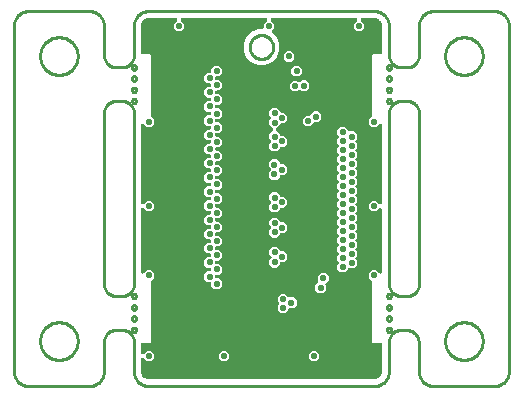
<source format=gbr>
G04 EAGLE Gerber RS-274X export*
G75*
%MOIN*%
%FSLAX34Y34*%
%LPD*%
%INEAGLE Copper Layer 2*%
%IPPOS*%
%AMOC8*
5,1,8,0,0,1.08239X$1,22.5*%
G01*
%ADD10C,0.023000*%
%ADD11C,0.010000*%

G36*
X4000Y-10269D02*
X4000Y-10269D01*
X4001Y-10269D01*
X4006Y-10269D01*
X4047Y-10265D01*
X4051Y-10264D01*
X4056Y-10263D01*
X4059Y-10262D01*
X4060Y-10262D01*
X4061Y-10262D01*
X4064Y-10261D01*
X4139Y-10229D01*
X4140Y-10229D01*
X4146Y-10226D01*
X4151Y-10223D01*
X4152Y-10222D01*
X4159Y-10217D01*
X4217Y-10159D01*
X4217Y-10158D01*
X4221Y-10153D01*
X4225Y-10148D01*
X4225Y-10147D01*
X4226Y-10147D01*
X4229Y-10139D01*
X4261Y-10064D01*
X4262Y-10059D01*
X4264Y-10055D01*
X4264Y-10052D01*
X4264Y-10051D01*
X4264Y-10049D01*
X4265Y-10047D01*
X4269Y-10006D01*
X4269Y-10004D01*
X4269Y-10000D01*
X4269Y-9120D01*
X4269Y-9119D01*
X4269Y-9117D01*
X4268Y-9112D01*
X4268Y-9106D01*
X4267Y-9105D01*
X4267Y-9104D01*
X4265Y-9099D01*
X4263Y-9094D01*
X4262Y-9093D01*
X4262Y-9091D01*
X4259Y-9087D01*
X4256Y-9082D01*
X4255Y-9081D01*
X4254Y-9080D01*
X4250Y-9077D01*
X4246Y-9073D01*
X4245Y-9072D01*
X4244Y-9071D01*
X4239Y-9069D01*
X4234Y-9066D01*
X4233Y-9065D01*
X4232Y-9065D01*
X4226Y-9063D01*
X4221Y-9062D01*
X4220Y-9062D01*
X4218Y-9061D01*
X4210Y-9061D01*
X3975Y-9061D01*
X3939Y-9025D01*
X3939Y-7025D01*
X3939Y-7020D01*
X3938Y-7014D01*
X3938Y-7013D01*
X3938Y-7011D01*
X3936Y-7006D01*
X3934Y-7001D01*
X3934Y-7000D01*
X3933Y-6998D01*
X3930Y-6994D01*
X3927Y-6989D01*
X3926Y-6988D01*
X3926Y-6987D01*
X3925Y-6986D01*
X3922Y-6983D01*
X3824Y-6885D01*
X3824Y-6740D01*
X3927Y-6637D01*
X4073Y-6637D01*
X4168Y-6732D01*
X4171Y-6735D01*
X4174Y-6737D01*
X4177Y-6739D01*
X4179Y-6741D01*
X4182Y-6742D01*
X4186Y-6744D01*
X4189Y-6745D01*
X4191Y-6746D01*
X4195Y-6747D01*
X4199Y-6748D01*
X4202Y-6749D01*
X4204Y-6749D01*
X4209Y-6749D01*
X4213Y-6749D01*
X4215Y-6749D01*
X4218Y-6749D01*
X4222Y-6748D01*
X4226Y-6747D01*
X4229Y-6746D01*
X4231Y-6745D01*
X4235Y-6744D01*
X4239Y-6742D01*
X4241Y-6740D01*
X4243Y-6739D01*
X4246Y-6736D01*
X4250Y-6734D01*
X4252Y-6732D01*
X4254Y-6730D01*
X4256Y-6727D01*
X4259Y-6724D01*
X4260Y-6721D01*
X4262Y-6719D01*
X4263Y-6715D01*
X4265Y-6712D01*
X4266Y-6709D01*
X4267Y-6707D01*
X4268Y-6703D01*
X4269Y-6699D01*
X4269Y-6695D01*
X4269Y-6693D01*
X4269Y-6692D01*
X4269Y-6690D01*
X4269Y-4622D01*
X4269Y-4618D01*
X4269Y-4614D01*
X4268Y-4612D01*
X4268Y-4609D01*
X4266Y-4605D01*
X4265Y-4601D01*
X4264Y-4599D01*
X4263Y-4596D01*
X4261Y-4593D01*
X4259Y-4589D01*
X4257Y-4587D01*
X4256Y-4585D01*
X4253Y-4582D01*
X4250Y-4579D01*
X4248Y-4577D01*
X4246Y-4575D01*
X4242Y-4573D01*
X4239Y-4571D01*
X4236Y-4570D01*
X4234Y-4568D01*
X4230Y-4567D01*
X4226Y-4565D01*
X4224Y-4565D01*
X4221Y-4564D01*
X4217Y-4564D01*
X4213Y-4563D01*
X4210Y-4563D01*
X4207Y-4563D01*
X4203Y-4564D01*
X4199Y-4564D01*
X4197Y-4565D01*
X4194Y-4565D01*
X4190Y-4567D01*
X4186Y-4568D01*
X4184Y-4569D01*
X4181Y-4570D01*
X4178Y-4573D01*
X4174Y-4575D01*
X4171Y-4578D01*
X4170Y-4578D01*
X4170Y-4579D01*
X4168Y-4580D01*
X4073Y-4676D01*
X3927Y-4676D01*
X3824Y-4573D01*
X3824Y-4427D01*
X3927Y-4324D01*
X4073Y-4324D01*
X4168Y-4420D01*
X4171Y-4422D01*
X4174Y-4425D01*
X4177Y-4426D01*
X4179Y-4428D01*
X4182Y-4430D01*
X4186Y-4432D01*
X4189Y-4433D01*
X4191Y-4434D01*
X4195Y-4435D01*
X4199Y-4436D01*
X4202Y-4436D01*
X4204Y-4437D01*
X4209Y-4437D01*
X4213Y-4437D01*
X4215Y-4436D01*
X4218Y-4436D01*
X4222Y-4435D01*
X4226Y-4435D01*
X4229Y-4434D01*
X4231Y-4433D01*
X4235Y-4431D01*
X4239Y-4430D01*
X4241Y-4428D01*
X4243Y-4427D01*
X4246Y-4424D01*
X4250Y-4422D01*
X4252Y-4419D01*
X4254Y-4418D01*
X4256Y-4414D01*
X4259Y-4411D01*
X4260Y-4409D01*
X4262Y-4407D01*
X4263Y-4403D01*
X4265Y-4399D01*
X4266Y-4397D01*
X4267Y-4394D01*
X4268Y-4390D01*
X4269Y-4386D01*
X4269Y-4382D01*
X4269Y-4381D01*
X4269Y-4380D01*
X4269Y-4378D01*
X4269Y-1810D01*
X4269Y-1806D01*
X4269Y-1802D01*
X4268Y-1799D01*
X4268Y-1796D01*
X4266Y-1792D01*
X4265Y-1789D01*
X4264Y-1786D01*
X4263Y-1783D01*
X4261Y-1780D01*
X4259Y-1776D01*
X4257Y-1774D01*
X4256Y-1772D01*
X4253Y-1769D01*
X4250Y-1766D01*
X4248Y-1765D01*
X4246Y-1763D01*
X4242Y-1761D01*
X4239Y-1758D01*
X4236Y-1757D01*
X4234Y-1756D01*
X4230Y-1754D01*
X4226Y-1753D01*
X4224Y-1752D01*
X4221Y-1752D01*
X4217Y-1751D01*
X4213Y-1751D01*
X4210Y-1751D01*
X4207Y-1751D01*
X4203Y-1751D01*
X4199Y-1752D01*
X4197Y-1752D01*
X4194Y-1753D01*
X4190Y-1754D01*
X4186Y-1756D01*
X4184Y-1757D01*
X4181Y-1758D01*
X4178Y-1760D01*
X4174Y-1762D01*
X4171Y-1765D01*
X4170Y-1766D01*
X4170Y-1767D01*
X4168Y-1768D01*
X4073Y-1863D01*
X3927Y-1863D01*
X3824Y-1760D01*
X3824Y-1615D01*
X3922Y-1517D01*
X3925Y-1513D01*
X3929Y-1509D01*
X3929Y-1508D01*
X3930Y-1506D01*
X3933Y-1502D01*
X3935Y-1497D01*
X3936Y-1495D01*
X3936Y-1494D01*
X3937Y-1489D01*
X3939Y-1484D01*
X3939Y-1482D01*
X3939Y-1481D01*
X3939Y-1479D01*
X3939Y-1475D01*
X3939Y525D01*
X3975Y561D01*
X4210Y561D01*
X4211Y561D01*
X4213Y561D01*
X4218Y562D01*
X4224Y562D01*
X4225Y563D01*
X4226Y563D01*
X4231Y565D01*
X4236Y567D01*
X4237Y568D01*
X4239Y568D01*
X4243Y571D01*
X4248Y574D01*
X4249Y575D01*
X4250Y576D01*
X4253Y580D01*
X4257Y584D01*
X4258Y585D01*
X4259Y586D01*
X4261Y591D01*
X4264Y596D01*
X4265Y597D01*
X4265Y598D01*
X4267Y604D01*
X4268Y609D01*
X4268Y610D01*
X4269Y612D01*
X4269Y620D01*
X4269Y1500D01*
X4269Y1501D01*
X4269Y1506D01*
X4265Y1547D01*
X4264Y1551D01*
X4263Y1556D01*
X4262Y1559D01*
X4262Y1560D01*
X4262Y1561D01*
X4261Y1564D01*
X4229Y1639D01*
X4229Y1640D01*
X4226Y1646D01*
X4223Y1651D01*
X4222Y1652D01*
X4217Y1659D01*
X4159Y1717D01*
X4158Y1717D01*
X4153Y1721D01*
X4148Y1725D01*
X4147Y1725D01*
X4147Y1726D01*
X4139Y1729D01*
X4064Y1761D01*
X4059Y1762D01*
X4055Y1764D01*
X4052Y1764D01*
X4051Y1764D01*
X4049Y1764D01*
X4047Y1765D01*
X4006Y1769D01*
X4004Y1769D01*
X4000Y1769D01*
X3622Y1769D01*
X3618Y1769D01*
X3614Y1769D01*
X3612Y1768D01*
X3609Y1768D01*
X3605Y1766D01*
X3601Y1765D01*
X3599Y1764D01*
X3596Y1763D01*
X3593Y1761D01*
X3589Y1759D01*
X3587Y1757D01*
X3585Y1756D01*
X3582Y1753D01*
X3579Y1750D01*
X3577Y1748D01*
X3575Y1746D01*
X3573Y1742D01*
X3571Y1739D01*
X3570Y1736D01*
X3568Y1734D01*
X3567Y1730D01*
X3565Y1726D01*
X3565Y1724D01*
X3564Y1721D01*
X3564Y1717D01*
X3563Y1713D01*
X3563Y1710D01*
X3563Y1707D01*
X3564Y1703D01*
X3564Y1699D01*
X3565Y1697D01*
X3565Y1694D01*
X3567Y1690D01*
X3568Y1686D01*
X3569Y1684D01*
X3570Y1681D01*
X3573Y1678D01*
X3575Y1674D01*
X3578Y1671D01*
X3578Y1670D01*
X3579Y1670D01*
X3580Y1668D01*
X3676Y1573D01*
X3676Y1427D01*
X3573Y1324D01*
X3427Y1324D01*
X3324Y1427D01*
X3324Y1573D01*
X3420Y1668D01*
X3422Y1671D01*
X3425Y1674D01*
X3426Y1677D01*
X3428Y1679D01*
X3430Y1682D01*
X3432Y1686D01*
X3433Y1689D01*
X3434Y1691D01*
X3435Y1695D01*
X3436Y1699D01*
X3436Y1702D01*
X3437Y1704D01*
X3437Y1709D01*
X3437Y1713D01*
X3436Y1715D01*
X3436Y1718D01*
X3435Y1722D01*
X3435Y1726D01*
X3434Y1729D01*
X3433Y1731D01*
X3431Y1735D01*
X3430Y1739D01*
X3428Y1741D01*
X3427Y1743D01*
X3424Y1746D01*
X3422Y1750D01*
X3419Y1752D01*
X3418Y1754D01*
X3414Y1756D01*
X3411Y1759D01*
X3409Y1760D01*
X3407Y1762D01*
X3403Y1763D01*
X3399Y1765D01*
X3397Y1766D01*
X3394Y1767D01*
X3390Y1768D01*
X3386Y1769D01*
X3382Y1769D01*
X3381Y1769D01*
X3380Y1769D01*
X3378Y1769D01*
X622Y1769D01*
X618Y1769D01*
X614Y1769D01*
X612Y1768D01*
X609Y1768D01*
X605Y1766D01*
X601Y1765D01*
X599Y1764D01*
X596Y1763D01*
X593Y1761D01*
X589Y1759D01*
X587Y1757D01*
X585Y1756D01*
X582Y1753D01*
X579Y1750D01*
X577Y1748D01*
X575Y1746D01*
X573Y1742D01*
X571Y1739D01*
X570Y1736D01*
X568Y1734D01*
X567Y1730D01*
X565Y1726D01*
X565Y1724D01*
X564Y1721D01*
X564Y1717D01*
X563Y1713D01*
X563Y1710D01*
X563Y1707D01*
X564Y1703D01*
X564Y1699D01*
X565Y1697D01*
X565Y1694D01*
X567Y1690D01*
X568Y1686D01*
X569Y1684D01*
X570Y1681D01*
X573Y1678D01*
X575Y1674D01*
X578Y1671D01*
X578Y1670D01*
X579Y1670D01*
X580Y1668D01*
X676Y1573D01*
X676Y1427D01*
X612Y1363D01*
X611Y1362D01*
X610Y1361D01*
X606Y1357D01*
X603Y1352D01*
X602Y1351D01*
X602Y1350D01*
X600Y1345D01*
X597Y1340D01*
X597Y1339D01*
X596Y1337D01*
X596Y1332D01*
X594Y1327D01*
X594Y1325D01*
X594Y1324D01*
X595Y1318D01*
X595Y1313D01*
X595Y1312D01*
X595Y1310D01*
X597Y1305D01*
X598Y1300D01*
X599Y1299D01*
X599Y1297D01*
X602Y1293D01*
X604Y1288D01*
X605Y1287D01*
X606Y1286D01*
X612Y1279D01*
X754Y1137D01*
X844Y918D01*
X844Y682D01*
X754Y463D01*
X587Y296D01*
X368Y206D01*
X132Y206D01*
X-87Y296D01*
X-254Y463D01*
X-344Y682D01*
X-344Y918D01*
X-254Y1137D01*
X-87Y1304D01*
X132Y1394D01*
X265Y1394D01*
X266Y1395D01*
X268Y1395D01*
X273Y1395D01*
X279Y1396D01*
X280Y1396D01*
X281Y1397D01*
X286Y1399D01*
X291Y1401D01*
X292Y1401D01*
X294Y1402D01*
X298Y1405D01*
X303Y1408D01*
X304Y1409D01*
X305Y1410D01*
X308Y1414D01*
X312Y1418D01*
X313Y1419D01*
X314Y1420D01*
X316Y1425D01*
X319Y1430D01*
X320Y1431D01*
X320Y1432D01*
X322Y1437D01*
X323Y1443D01*
X323Y1444D01*
X324Y1445D01*
X324Y1454D01*
X324Y1573D01*
X420Y1668D01*
X422Y1671D01*
X425Y1674D01*
X426Y1677D01*
X428Y1679D01*
X430Y1682D01*
X432Y1686D01*
X433Y1689D01*
X434Y1691D01*
X435Y1695D01*
X436Y1699D01*
X436Y1702D01*
X437Y1704D01*
X437Y1709D01*
X437Y1713D01*
X436Y1715D01*
X436Y1718D01*
X435Y1722D01*
X435Y1726D01*
X434Y1729D01*
X433Y1731D01*
X431Y1735D01*
X430Y1739D01*
X428Y1741D01*
X427Y1743D01*
X424Y1746D01*
X422Y1750D01*
X419Y1752D01*
X418Y1754D01*
X414Y1756D01*
X411Y1759D01*
X409Y1760D01*
X407Y1762D01*
X403Y1763D01*
X399Y1765D01*
X397Y1766D01*
X394Y1767D01*
X390Y1768D01*
X386Y1769D01*
X382Y1769D01*
X381Y1769D01*
X380Y1769D01*
X378Y1769D01*
X-2378Y1769D01*
X-2382Y1769D01*
X-2386Y1769D01*
X-2388Y1768D01*
X-2391Y1768D01*
X-2395Y1766D01*
X-2399Y1765D01*
X-2401Y1764D01*
X-2404Y1763D01*
X-2407Y1761D01*
X-2411Y1759D01*
X-2413Y1757D01*
X-2415Y1756D01*
X-2418Y1753D01*
X-2421Y1750D01*
X-2423Y1748D01*
X-2425Y1746D01*
X-2427Y1742D01*
X-2429Y1739D01*
X-2430Y1736D01*
X-2432Y1734D01*
X-2433Y1730D01*
X-2435Y1726D01*
X-2435Y1724D01*
X-2436Y1721D01*
X-2436Y1717D01*
X-2437Y1713D01*
X-2437Y1710D01*
X-2437Y1707D01*
X-2436Y1703D01*
X-2436Y1699D01*
X-2435Y1697D01*
X-2435Y1694D01*
X-2433Y1690D01*
X-2432Y1686D01*
X-2431Y1684D01*
X-2430Y1681D01*
X-2427Y1678D01*
X-2425Y1674D01*
X-2422Y1671D01*
X-2422Y1670D01*
X-2421Y1670D01*
X-2420Y1668D01*
X-2324Y1573D01*
X-2324Y1427D01*
X-2427Y1324D01*
X-2573Y1324D01*
X-2676Y1427D01*
X-2676Y1573D01*
X-2580Y1668D01*
X-2578Y1671D01*
X-2575Y1674D01*
X-2574Y1677D01*
X-2572Y1679D01*
X-2570Y1682D01*
X-2568Y1686D01*
X-2567Y1689D01*
X-2566Y1691D01*
X-2565Y1695D01*
X-2564Y1699D01*
X-2564Y1702D01*
X-2563Y1704D01*
X-2563Y1709D01*
X-2563Y1713D01*
X-2564Y1715D01*
X-2564Y1718D01*
X-2565Y1722D01*
X-2565Y1726D01*
X-2566Y1729D01*
X-2567Y1731D01*
X-2569Y1735D01*
X-2570Y1739D01*
X-2572Y1741D01*
X-2573Y1743D01*
X-2576Y1746D01*
X-2578Y1750D01*
X-2581Y1752D01*
X-2582Y1754D01*
X-2586Y1756D01*
X-2589Y1759D01*
X-2591Y1760D01*
X-2593Y1762D01*
X-2597Y1763D01*
X-2601Y1765D01*
X-2603Y1766D01*
X-2606Y1767D01*
X-2610Y1768D01*
X-2614Y1769D01*
X-2618Y1769D01*
X-2619Y1769D01*
X-2620Y1769D01*
X-2622Y1769D01*
X-3500Y1769D01*
X-3501Y1769D01*
X-3506Y1769D01*
X-3547Y1765D01*
X-3551Y1764D01*
X-3556Y1763D01*
X-3559Y1762D01*
X-3560Y1762D01*
X-3561Y1762D01*
X-3564Y1761D01*
X-3639Y1729D01*
X-3640Y1729D01*
X-3646Y1726D01*
X-3651Y1723D01*
X-3652Y1722D01*
X-3659Y1717D01*
X-3717Y1659D01*
X-3717Y1658D01*
X-3721Y1653D01*
X-3725Y1648D01*
X-3725Y1647D01*
X-3726Y1647D01*
X-3729Y1639D01*
X-3761Y1564D01*
X-3762Y1559D01*
X-3764Y1555D01*
X-3764Y1552D01*
X-3764Y1551D01*
X-3764Y1549D01*
X-3765Y1547D01*
X-3769Y1506D01*
X-3769Y1504D01*
X-3769Y1500D01*
X-3769Y620D01*
X-3769Y619D01*
X-3769Y617D01*
X-3768Y612D01*
X-3768Y606D01*
X-3767Y605D01*
X-3767Y604D01*
X-3765Y599D01*
X-3763Y594D01*
X-3762Y593D01*
X-3762Y591D01*
X-3759Y587D01*
X-3756Y582D01*
X-3755Y581D01*
X-3754Y580D01*
X-3750Y577D01*
X-3746Y573D01*
X-3745Y572D01*
X-3744Y571D01*
X-3739Y569D01*
X-3734Y566D01*
X-3733Y565D01*
X-3732Y565D01*
X-3726Y563D01*
X-3721Y562D01*
X-3720Y562D01*
X-3718Y561D01*
X-3710Y561D01*
X-3475Y561D01*
X-3439Y525D01*
X-3439Y-1475D01*
X-3439Y-1480D01*
X-3438Y-1486D01*
X-3438Y-1487D01*
X-3438Y-1489D01*
X-3436Y-1494D01*
X-3434Y-1499D01*
X-3434Y-1500D01*
X-3433Y-1502D01*
X-3430Y-1506D01*
X-3427Y-1511D01*
X-3426Y-1512D01*
X-3426Y-1513D01*
X-3425Y-1514D01*
X-3422Y-1517D01*
X-3324Y-1615D01*
X-3324Y-1760D01*
X-3427Y-1863D01*
X-3573Y-1863D01*
X-3668Y-1768D01*
X-3671Y-1765D01*
X-3674Y-1763D01*
X-3677Y-1761D01*
X-3679Y-1759D01*
X-3682Y-1758D01*
X-3686Y-1756D01*
X-3689Y-1755D01*
X-3691Y-1754D01*
X-3695Y-1753D01*
X-3699Y-1752D01*
X-3702Y-1751D01*
X-3704Y-1751D01*
X-3709Y-1751D01*
X-3713Y-1751D01*
X-3715Y-1751D01*
X-3718Y-1751D01*
X-3722Y-1752D01*
X-3726Y-1753D01*
X-3729Y-1754D01*
X-3731Y-1755D01*
X-3735Y-1756D01*
X-3739Y-1758D01*
X-3741Y-1760D01*
X-3743Y-1761D01*
X-3746Y-1764D01*
X-3750Y-1766D01*
X-3752Y-1768D01*
X-3754Y-1770D01*
X-3756Y-1773D01*
X-3759Y-1776D01*
X-3760Y-1779D01*
X-3762Y-1781D01*
X-3763Y-1785D01*
X-3765Y-1788D01*
X-3766Y-1791D01*
X-3767Y-1793D01*
X-3768Y-1797D01*
X-3769Y-1801D01*
X-3769Y-1805D01*
X-3769Y-1807D01*
X-3769Y-1808D01*
X-3769Y-1810D01*
X-3769Y-4378D01*
X-3769Y-4382D01*
X-3769Y-4386D01*
X-3768Y-4388D01*
X-3768Y-4391D01*
X-3766Y-4395D01*
X-3765Y-4399D01*
X-3764Y-4401D01*
X-3763Y-4404D01*
X-3761Y-4407D01*
X-3759Y-4411D01*
X-3757Y-4413D01*
X-3756Y-4415D01*
X-3753Y-4418D01*
X-3750Y-4421D01*
X-3748Y-4423D01*
X-3746Y-4425D01*
X-3742Y-4427D01*
X-3739Y-4429D01*
X-3736Y-4430D01*
X-3734Y-4432D01*
X-3730Y-4433D01*
X-3726Y-4435D01*
X-3724Y-4435D01*
X-3721Y-4436D01*
X-3717Y-4436D01*
X-3713Y-4437D01*
X-3710Y-4437D01*
X-3707Y-4437D01*
X-3703Y-4436D01*
X-3699Y-4436D01*
X-3697Y-4435D01*
X-3694Y-4435D01*
X-3690Y-4433D01*
X-3686Y-4432D01*
X-3684Y-4431D01*
X-3681Y-4430D01*
X-3678Y-4427D01*
X-3674Y-4425D01*
X-3671Y-4422D01*
X-3670Y-4422D01*
X-3670Y-4421D01*
X-3668Y-4420D01*
X-3573Y-4324D01*
X-3427Y-4324D01*
X-3324Y-4427D01*
X-3324Y-4573D01*
X-3427Y-4676D01*
X-3573Y-4676D01*
X-3668Y-4580D01*
X-3671Y-4578D01*
X-3674Y-4575D01*
X-3677Y-4574D01*
X-3679Y-4572D01*
X-3682Y-4570D01*
X-3686Y-4568D01*
X-3689Y-4567D01*
X-3691Y-4566D01*
X-3695Y-4565D01*
X-3699Y-4564D01*
X-3702Y-4564D01*
X-3704Y-4563D01*
X-3709Y-4563D01*
X-3713Y-4563D01*
X-3715Y-4564D01*
X-3718Y-4564D01*
X-3722Y-4565D01*
X-3726Y-4565D01*
X-3729Y-4566D01*
X-3731Y-4567D01*
X-3735Y-4569D01*
X-3739Y-4570D01*
X-3741Y-4572D01*
X-3743Y-4573D01*
X-3746Y-4576D01*
X-3750Y-4578D01*
X-3752Y-4581D01*
X-3754Y-4582D01*
X-3756Y-4586D01*
X-3759Y-4589D01*
X-3760Y-4591D01*
X-3762Y-4593D01*
X-3763Y-4597D01*
X-3765Y-4601D01*
X-3766Y-4603D01*
X-3767Y-4606D01*
X-3768Y-4610D01*
X-3769Y-4614D01*
X-3769Y-4618D01*
X-3769Y-4619D01*
X-3769Y-4620D01*
X-3769Y-4622D01*
X-3769Y-6690D01*
X-3769Y-6694D01*
X-3769Y-6698D01*
X-3768Y-6701D01*
X-3768Y-6704D01*
X-3766Y-6708D01*
X-3765Y-6711D01*
X-3764Y-6714D01*
X-3763Y-6717D01*
X-3761Y-6720D01*
X-3759Y-6724D01*
X-3757Y-6726D01*
X-3756Y-6728D01*
X-3753Y-6731D01*
X-3750Y-6734D01*
X-3748Y-6735D01*
X-3746Y-6737D01*
X-3742Y-6739D01*
X-3739Y-6742D01*
X-3736Y-6743D01*
X-3734Y-6744D01*
X-3730Y-6746D01*
X-3726Y-6747D01*
X-3724Y-6748D01*
X-3721Y-6748D01*
X-3717Y-6749D01*
X-3713Y-6749D01*
X-3710Y-6749D01*
X-3707Y-6749D01*
X-3703Y-6749D01*
X-3699Y-6748D01*
X-3697Y-6748D01*
X-3694Y-6747D01*
X-3690Y-6746D01*
X-3686Y-6744D01*
X-3684Y-6743D01*
X-3681Y-6742D01*
X-3678Y-6740D01*
X-3674Y-6738D01*
X-3671Y-6735D01*
X-3670Y-6734D01*
X-3670Y-6733D01*
X-3668Y-6732D01*
X-3573Y-6637D01*
X-3427Y-6637D01*
X-3324Y-6740D01*
X-3324Y-6885D01*
X-3422Y-6983D01*
X-3425Y-6987D01*
X-3429Y-6991D01*
X-3429Y-6992D01*
X-3430Y-6994D01*
X-3433Y-6998D01*
X-3435Y-7003D01*
X-3436Y-7005D01*
X-3436Y-7006D01*
X-3437Y-7011D01*
X-3439Y-7016D01*
X-3439Y-7018D01*
X-3439Y-7019D01*
X-3439Y-7021D01*
X-3439Y-7025D01*
X-3439Y-9025D01*
X-3475Y-9061D01*
X-3710Y-9061D01*
X-3711Y-9061D01*
X-3713Y-9061D01*
X-3718Y-9062D01*
X-3724Y-9062D01*
X-3725Y-9063D01*
X-3726Y-9063D01*
X-3731Y-9065D01*
X-3736Y-9067D01*
X-3737Y-9068D01*
X-3739Y-9068D01*
X-3743Y-9071D01*
X-3748Y-9074D01*
X-3749Y-9075D01*
X-3750Y-9076D01*
X-3753Y-9080D01*
X-3757Y-9084D01*
X-3758Y-9085D01*
X-3759Y-9086D01*
X-3761Y-9091D01*
X-3764Y-9096D01*
X-3765Y-9097D01*
X-3765Y-9098D01*
X-3767Y-9104D01*
X-3768Y-9109D01*
X-3768Y-9110D01*
X-3769Y-9112D01*
X-3769Y-9120D01*
X-3769Y-9378D01*
X-3769Y-9382D01*
X-3769Y-9386D01*
X-3768Y-9388D01*
X-3768Y-9391D01*
X-3766Y-9395D01*
X-3765Y-9399D01*
X-3764Y-9401D01*
X-3763Y-9404D01*
X-3761Y-9407D01*
X-3759Y-9411D01*
X-3757Y-9413D01*
X-3756Y-9415D01*
X-3753Y-9418D01*
X-3750Y-9421D01*
X-3748Y-9423D01*
X-3746Y-9425D01*
X-3742Y-9427D01*
X-3739Y-9429D01*
X-3736Y-9430D01*
X-3734Y-9432D01*
X-3730Y-9433D01*
X-3726Y-9435D01*
X-3724Y-9435D01*
X-3721Y-9436D01*
X-3717Y-9436D01*
X-3713Y-9437D01*
X-3710Y-9437D01*
X-3707Y-9437D01*
X-3703Y-9436D01*
X-3699Y-9436D01*
X-3697Y-9435D01*
X-3694Y-9435D01*
X-3690Y-9433D01*
X-3686Y-9432D01*
X-3684Y-9431D01*
X-3681Y-9430D01*
X-3678Y-9427D01*
X-3674Y-9425D01*
X-3671Y-9422D01*
X-3670Y-9422D01*
X-3670Y-9421D01*
X-3668Y-9420D01*
X-3573Y-9324D01*
X-3427Y-9324D01*
X-3324Y-9427D01*
X-3324Y-9573D01*
X-3427Y-9676D01*
X-3573Y-9676D01*
X-3668Y-9580D01*
X-3671Y-9578D01*
X-3674Y-9575D01*
X-3677Y-9574D01*
X-3679Y-9572D01*
X-3682Y-9570D01*
X-3686Y-9568D01*
X-3689Y-9567D01*
X-3691Y-9566D01*
X-3695Y-9565D01*
X-3699Y-9564D01*
X-3702Y-9564D01*
X-3704Y-9563D01*
X-3709Y-9563D01*
X-3713Y-9563D01*
X-3715Y-9564D01*
X-3718Y-9564D01*
X-3722Y-9565D01*
X-3726Y-9565D01*
X-3729Y-9566D01*
X-3731Y-9567D01*
X-3735Y-9569D01*
X-3739Y-9570D01*
X-3741Y-9572D01*
X-3743Y-9573D01*
X-3746Y-9576D01*
X-3750Y-9578D01*
X-3752Y-9581D01*
X-3754Y-9582D01*
X-3756Y-9586D01*
X-3759Y-9589D01*
X-3760Y-9591D01*
X-3762Y-9593D01*
X-3763Y-9597D01*
X-3765Y-9601D01*
X-3766Y-9603D01*
X-3767Y-9606D01*
X-3768Y-9610D01*
X-3769Y-9614D01*
X-3769Y-9618D01*
X-3769Y-9619D01*
X-3769Y-9620D01*
X-3769Y-9622D01*
X-3769Y-10000D01*
X-3769Y-10001D01*
X-3769Y-10006D01*
X-3765Y-10047D01*
X-3764Y-10051D01*
X-3763Y-10056D01*
X-3762Y-10059D01*
X-3762Y-10060D01*
X-3762Y-10061D01*
X-3761Y-10064D01*
X-3729Y-10139D01*
X-3729Y-10140D01*
X-3726Y-10146D01*
X-3723Y-10151D01*
X-3722Y-10152D01*
X-3717Y-10159D01*
X-3659Y-10217D01*
X-3658Y-10217D01*
X-3653Y-10221D01*
X-3648Y-10225D01*
X-3647Y-10225D01*
X-3647Y-10226D01*
X-3639Y-10229D01*
X-3564Y-10261D01*
X-3559Y-10262D01*
X-3555Y-10264D01*
X-3552Y-10264D01*
X-3551Y-10264D01*
X-3549Y-10264D01*
X-3547Y-10265D01*
X-3506Y-10269D01*
X-3504Y-10269D01*
X-3500Y-10269D01*
X4000Y-10269D01*
X4000Y-10269D01*
G37*
%LPC*%
G36*
X-1317Y-7262D02*
X-1317Y-7262D01*
X-1420Y-7159D01*
X-1420Y-7085D01*
X-1420Y-7084D01*
X-1420Y-7083D01*
X-1421Y-7077D01*
X-1421Y-7072D01*
X-1422Y-7071D01*
X-1422Y-7069D01*
X-1424Y-7064D01*
X-1426Y-7059D01*
X-1427Y-7058D01*
X-1427Y-7057D01*
X-1430Y-7052D01*
X-1433Y-7048D01*
X-1434Y-7047D01*
X-1435Y-7046D01*
X-1439Y-7042D01*
X-1443Y-7038D01*
X-1444Y-7037D01*
X-1445Y-7037D01*
X-1450Y-7034D01*
X-1455Y-7031D01*
X-1456Y-7031D01*
X-1457Y-7030D01*
X-1463Y-7029D01*
X-1468Y-7027D01*
X-1469Y-7027D01*
X-1471Y-7027D01*
X-1479Y-7026D01*
X-1553Y-7026D01*
X-1656Y-6923D01*
X-1656Y-6778D01*
X-1553Y-6675D01*
X-1479Y-6675D01*
X-1478Y-6674D01*
X-1476Y-6675D01*
X-1471Y-6674D01*
X-1466Y-6673D01*
X-1464Y-6673D01*
X-1463Y-6672D01*
X-1458Y-6670D01*
X-1453Y-6668D01*
X-1452Y-6668D01*
X-1450Y-6667D01*
X-1446Y-6664D01*
X-1441Y-6661D01*
X-1440Y-6660D01*
X-1439Y-6659D01*
X-1436Y-6655D01*
X-1432Y-6651D01*
X-1431Y-6650D01*
X-1430Y-6649D01*
X-1428Y-6644D01*
X-1425Y-6639D01*
X-1425Y-6638D01*
X-1424Y-6637D01*
X-1423Y-6632D01*
X-1421Y-6626D01*
X-1421Y-6625D01*
X-1420Y-6624D01*
X-1420Y-6615D01*
X-1420Y-6613D01*
X-1420Y-6612D01*
X-1420Y-6610D01*
X-1421Y-6605D01*
X-1421Y-6599D01*
X-1422Y-6598D01*
X-1422Y-6597D01*
X-1424Y-6592D01*
X-1426Y-6587D01*
X-1427Y-6585D01*
X-1427Y-6584D01*
X-1430Y-6580D01*
X-1433Y-6575D01*
X-1434Y-6574D01*
X-1435Y-6573D01*
X-1439Y-6570D01*
X-1443Y-6566D01*
X-1444Y-6565D01*
X-1445Y-6564D01*
X-1450Y-6562D01*
X-1455Y-6559D01*
X-1456Y-6558D01*
X-1457Y-6558D01*
X-1463Y-6556D01*
X-1468Y-6555D01*
X-1469Y-6555D01*
X-1471Y-6554D01*
X-1479Y-6554D01*
X-1553Y-6554D01*
X-1656Y-6451D01*
X-1656Y-6305D01*
X-1553Y-6202D01*
X-1479Y-6202D01*
X-1478Y-6202D01*
X-1476Y-6202D01*
X-1471Y-6201D01*
X-1466Y-6201D01*
X-1464Y-6200D01*
X-1463Y-6200D01*
X-1458Y-6198D01*
X-1453Y-6196D01*
X-1452Y-6195D01*
X-1450Y-6195D01*
X-1446Y-6192D01*
X-1441Y-6189D01*
X-1440Y-6188D01*
X-1439Y-6187D01*
X-1436Y-6183D01*
X-1432Y-6179D01*
X-1431Y-6178D01*
X-1430Y-6177D01*
X-1428Y-6172D01*
X-1425Y-6167D01*
X-1425Y-6166D01*
X-1424Y-6165D01*
X-1423Y-6159D01*
X-1421Y-6154D01*
X-1421Y-6153D01*
X-1420Y-6151D01*
X-1420Y-6143D01*
X-1420Y-6141D01*
X-1420Y-6139D01*
X-1420Y-6138D01*
X-1421Y-6132D01*
X-1421Y-6127D01*
X-1422Y-6126D01*
X-1422Y-6124D01*
X-1424Y-6119D01*
X-1426Y-6114D01*
X-1427Y-6113D01*
X-1427Y-6112D01*
X-1430Y-6107D01*
X-1433Y-6103D01*
X-1434Y-6102D01*
X-1435Y-6101D01*
X-1439Y-6097D01*
X-1443Y-6093D01*
X-1444Y-6093D01*
X-1445Y-6092D01*
X-1450Y-6089D01*
X-1455Y-6086D01*
X-1456Y-6086D01*
X-1457Y-6085D01*
X-1463Y-6084D01*
X-1468Y-6082D01*
X-1469Y-6082D01*
X-1471Y-6082D01*
X-1479Y-6081D01*
X-1553Y-6081D01*
X-1656Y-5978D01*
X-1656Y-5833D01*
X-1553Y-5730D01*
X-1479Y-5730D01*
X-1478Y-5730D01*
X-1476Y-5730D01*
X-1471Y-5729D01*
X-1466Y-5728D01*
X-1464Y-5728D01*
X-1463Y-5728D01*
X-1458Y-5725D01*
X-1453Y-5724D01*
X-1452Y-5723D01*
X-1450Y-5722D01*
X-1446Y-5719D01*
X-1441Y-5716D01*
X-1440Y-5715D01*
X-1439Y-5714D01*
X-1436Y-5710D01*
X-1432Y-5706D01*
X-1431Y-5705D01*
X-1430Y-5704D01*
X-1428Y-5699D01*
X-1425Y-5695D01*
X-1425Y-5693D01*
X-1424Y-5692D01*
X-1423Y-5687D01*
X-1421Y-5682D01*
X-1421Y-5680D01*
X-1420Y-5679D01*
X-1420Y-5671D01*
X-1420Y-5668D01*
X-1420Y-5667D01*
X-1420Y-5665D01*
X-1421Y-5660D01*
X-1421Y-5655D01*
X-1422Y-5653D01*
X-1422Y-5652D01*
X-1424Y-5647D01*
X-1426Y-5642D01*
X-1427Y-5641D01*
X-1427Y-5639D01*
X-1430Y-5635D01*
X-1433Y-5630D01*
X-1434Y-5629D01*
X-1435Y-5628D01*
X-1439Y-5625D01*
X-1443Y-5621D01*
X-1444Y-5620D01*
X-1445Y-5619D01*
X-1450Y-5617D01*
X-1455Y-5614D01*
X-1456Y-5614D01*
X-1457Y-5613D01*
X-1463Y-5611D01*
X-1468Y-5610D01*
X-1469Y-5610D01*
X-1471Y-5609D01*
X-1479Y-5609D01*
X-1553Y-5609D01*
X-1656Y-5506D01*
X-1656Y-5360D01*
X-1553Y-5257D01*
X-1479Y-5257D01*
X-1478Y-5257D01*
X-1476Y-5257D01*
X-1471Y-5256D01*
X-1466Y-5256D01*
X-1464Y-5255D01*
X-1463Y-5255D01*
X-1458Y-5253D01*
X-1453Y-5251D01*
X-1452Y-5250D01*
X-1450Y-5250D01*
X-1446Y-5247D01*
X-1441Y-5244D01*
X-1440Y-5243D01*
X-1439Y-5242D01*
X-1436Y-5238D01*
X-1432Y-5234D01*
X-1431Y-5233D01*
X-1430Y-5232D01*
X-1428Y-5227D01*
X-1425Y-5222D01*
X-1425Y-5221D01*
X-1424Y-5220D01*
X-1423Y-5214D01*
X-1421Y-5209D01*
X-1421Y-5208D01*
X-1420Y-5206D01*
X-1420Y-5198D01*
X-1420Y-5196D01*
X-1420Y-5194D01*
X-1420Y-5193D01*
X-1421Y-5188D01*
X-1421Y-5182D01*
X-1422Y-5181D01*
X-1422Y-5180D01*
X-1424Y-5174D01*
X-1426Y-5169D01*
X-1427Y-5168D01*
X-1427Y-5167D01*
X-1430Y-5162D01*
X-1433Y-5158D01*
X-1434Y-5157D01*
X-1435Y-5156D01*
X-1439Y-5152D01*
X-1443Y-5148D01*
X-1444Y-5148D01*
X-1445Y-5147D01*
X-1450Y-5144D01*
X-1455Y-5141D01*
X-1456Y-5141D01*
X-1457Y-5140D01*
X-1463Y-5139D01*
X-1468Y-5137D01*
X-1469Y-5137D01*
X-1471Y-5137D01*
X-1479Y-5136D01*
X-1553Y-5136D01*
X-1656Y-5033D01*
X-1656Y-4888D01*
X-1553Y-4785D01*
X-1479Y-4785D01*
X-1478Y-4785D01*
X-1476Y-4785D01*
X-1471Y-4784D01*
X-1466Y-4783D01*
X-1464Y-4783D01*
X-1463Y-4783D01*
X-1458Y-4781D01*
X-1453Y-4779D01*
X-1452Y-4778D01*
X-1450Y-4777D01*
X-1446Y-4774D01*
X-1441Y-4771D01*
X-1440Y-4770D01*
X-1439Y-4770D01*
X-1436Y-4765D01*
X-1432Y-4761D01*
X-1431Y-4760D01*
X-1430Y-4759D01*
X-1428Y-4754D01*
X-1425Y-4750D01*
X-1425Y-4748D01*
X-1424Y-4747D01*
X-1423Y-4742D01*
X-1421Y-4737D01*
X-1421Y-4735D01*
X-1420Y-4734D01*
X-1420Y-4726D01*
X-1420Y-4723D01*
X-1420Y-4722D01*
X-1420Y-4721D01*
X-1421Y-4715D01*
X-1421Y-4710D01*
X-1422Y-4708D01*
X-1422Y-4707D01*
X-1424Y-4702D01*
X-1426Y-4697D01*
X-1427Y-4696D01*
X-1427Y-4695D01*
X-1430Y-4690D01*
X-1433Y-4685D01*
X-1434Y-4684D01*
X-1435Y-4683D01*
X-1439Y-4680D01*
X-1443Y-4676D01*
X-1444Y-4675D01*
X-1445Y-4674D01*
X-1450Y-4672D01*
X-1455Y-4669D01*
X-1456Y-4669D01*
X-1457Y-4668D01*
X-1463Y-4667D01*
X-1468Y-4665D01*
X-1469Y-4665D01*
X-1471Y-4665D01*
X-1479Y-4664D01*
X-1553Y-4664D01*
X-1656Y-4561D01*
X-1656Y-4415D01*
X-1553Y-4312D01*
X-1479Y-4312D01*
X-1478Y-4312D01*
X-1476Y-4312D01*
X-1471Y-4312D01*
X-1466Y-4311D01*
X-1464Y-4310D01*
X-1463Y-4310D01*
X-1458Y-4308D01*
X-1453Y-4306D01*
X-1452Y-4306D01*
X-1450Y-4305D01*
X-1446Y-4302D01*
X-1441Y-4299D01*
X-1440Y-4298D01*
X-1439Y-4297D01*
X-1436Y-4293D01*
X-1432Y-4289D01*
X-1431Y-4288D01*
X-1430Y-4287D01*
X-1428Y-4282D01*
X-1425Y-4277D01*
X-1425Y-4276D01*
X-1424Y-4275D01*
X-1423Y-4269D01*
X-1421Y-4264D01*
X-1421Y-4263D01*
X-1420Y-4262D01*
X-1420Y-4253D01*
X-1420Y-4251D01*
X-1420Y-4249D01*
X-1420Y-4248D01*
X-1421Y-4243D01*
X-1421Y-4237D01*
X-1422Y-4236D01*
X-1422Y-4235D01*
X-1424Y-4230D01*
X-1426Y-4224D01*
X-1427Y-4223D01*
X-1427Y-4222D01*
X-1430Y-4218D01*
X-1433Y-4213D01*
X-1434Y-4212D01*
X-1435Y-4211D01*
X-1439Y-4207D01*
X-1443Y-4204D01*
X-1444Y-4203D01*
X-1445Y-4202D01*
X-1450Y-4199D01*
X-1455Y-4197D01*
X-1456Y-4196D01*
X-1457Y-4196D01*
X-1463Y-4194D01*
X-1468Y-4193D01*
X-1469Y-4192D01*
X-1471Y-4192D01*
X-1479Y-4191D01*
X-1553Y-4191D01*
X-1656Y-4089D01*
X-1656Y-3943D01*
X-1553Y-3840D01*
X-1479Y-3840D01*
X-1478Y-3840D01*
X-1476Y-3840D01*
X-1471Y-3839D01*
X-1466Y-3838D01*
X-1464Y-3838D01*
X-1463Y-3838D01*
X-1458Y-3836D01*
X-1453Y-3834D01*
X-1452Y-3833D01*
X-1450Y-3833D01*
X-1446Y-3829D01*
X-1441Y-3826D01*
X-1440Y-3825D01*
X-1439Y-3825D01*
X-1436Y-3821D01*
X-1432Y-3817D01*
X-1431Y-3815D01*
X-1430Y-3814D01*
X-1428Y-3810D01*
X-1425Y-3805D01*
X-1425Y-3804D01*
X-1424Y-3802D01*
X-1423Y-3797D01*
X-1421Y-3792D01*
X-1421Y-3790D01*
X-1420Y-3789D01*
X-1420Y-3781D01*
X-1420Y-3778D01*
X-1420Y-3777D01*
X-1420Y-3776D01*
X-1421Y-3770D01*
X-1421Y-3765D01*
X-1422Y-3764D01*
X-1422Y-3762D01*
X-1424Y-3757D01*
X-1426Y-3752D01*
X-1427Y-3751D01*
X-1427Y-3750D01*
X-1430Y-3745D01*
X-1433Y-3740D01*
X-1434Y-3740D01*
X-1435Y-3739D01*
X-1439Y-3735D01*
X-1443Y-3731D01*
X-1444Y-3730D01*
X-1445Y-3730D01*
X-1450Y-3727D01*
X-1455Y-3724D01*
X-1456Y-3724D01*
X-1457Y-3723D01*
X-1463Y-3722D01*
X-1468Y-3720D01*
X-1469Y-3720D01*
X-1471Y-3720D01*
X-1479Y-3719D01*
X-1553Y-3719D01*
X-1656Y-3616D01*
X-1656Y-3471D01*
X-1553Y-3368D01*
X-1479Y-3368D01*
X-1478Y-3367D01*
X-1476Y-3368D01*
X-1471Y-3367D01*
X-1466Y-3366D01*
X-1464Y-3366D01*
X-1463Y-3365D01*
X-1458Y-3363D01*
X-1453Y-3361D01*
X-1452Y-3361D01*
X-1450Y-3360D01*
X-1446Y-3357D01*
X-1441Y-3354D01*
X-1440Y-3353D01*
X-1439Y-3352D01*
X-1436Y-3348D01*
X-1432Y-3344D01*
X-1431Y-3343D01*
X-1430Y-3342D01*
X-1428Y-3337D01*
X-1425Y-3332D01*
X-1425Y-3331D01*
X-1424Y-3330D01*
X-1423Y-3325D01*
X-1421Y-3319D01*
X-1421Y-3318D01*
X-1420Y-3317D01*
X-1420Y-3308D01*
X-1420Y-3306D01*
X-1420Y-3305D01*
X-1420Y-3303D01*
X-1421Y-3298D01*
X-1421Y-3292D01*
X-1422Y-3291D01*
X-1422Y-3290D01*
X-1424Y-3285D01*
X-1426Y-3279D01*
X-1427Y-3278D01*
X-1427Y-3277D01*
X-1430Y-3273D01*
X-1433Y-3268D01*
X-1434Y-3267D01*
X-1435Y-3266D01*
X-1439Y-3262D01*
X-1443Y-3259D01*
X-1444Y-3258D01*
X-1445Y-3257D01*
X-1450Y-3255D01*
X-1455Y-3252D01*
X-1456Y-3251D01*
X-1457Y-3251D01*
X-1463Y-3249D01*
X-1468Y-3248D01*
X-1469Y-3248D01*
X-1471Y-3247D01*
X-1479Y-3247D01*
X-1553Y-3247D01*
X-1656Y-3144D01*
X-1656Y-2998D01*
X-1553Y-2895D01*
X-1479Y-2895D01*
X-1478Y-2895D01*
X-1476Y-2895D01*
X-1471Y-2894D01*
X-1466Y-2894D01*
X-1464Y-2893D01*
X-1463Y-2893D01*
X-1458Y-2891D01*
X-1453Y-2889D01*
X-1452Y-2888D01*
X-1450Y-2888D01*
X-1446Y-2884D01*
X-1441Y-2881D01*
X-1440Y-2881D01*
X-1439Y-2880D01*
X-1436Y-2876D01*
X-1432Y-2872D01*
X-1431Y-2871D01*
X-1430Y-2870D01*
X-1428Y-2865D01*
X-1425Y-2860D01*
X-1425Y-2859D01*
X-1424Y-2857D01*
X-1423Y-2852D01*
X-1421Y-2847D01*
X-1421Y-2846D01*
X-1420Y-2844D01*
X-1420Y-2836D01*
X-1420Y-2833D01*
X-1420Y-2832D01*
X-1420Y-2831D01*
X-1421Y-2825D01*
X-1421Y-2820D01*
X-1422Y-2819D01*
X-1422Y-2817D01*
X-1424Y-2812D01*
X-1426Y-2807D01*
X-1427Y-2806D01*
X-1427Y-2805D01*
X-1430Y-2800D01*
X-1433Y-2796D01*
X-1434Y-2795D01*
X-1435Y-2794D01*
X-1439Y-2790D01*
X-1443Y-2786D01*
X-1444Y-2786D01*
X-1445Y-2785D01*
X-1450Y-2782D01*
X-1455Y-2779D01*
X-1456Y-2779D01*
X-1457Y-2778D01*
X-1463Y-2777D01*
X-1468Y-2775D01*
X-1469Y-2775D01*
X-1471Y-2775D01*
X-1479Y-2774D01*
X-1553Y-2774D01*
X-1656Y-2671D01*
X-1656Y-2526D01*
X-1553Y-2423D01*
X-1479Y-2423D01*
X-1478Y-2423D01*
X-1476Y-2423D01*
X-1471Y-2422D01*
X-1466Y-2421D01*
X-1464Y-2421D01*
X-1463Y-2420D01*
X-1458Y-2418D01*
X-1453Y-2416D01*
X-1452Y-2416D01*
X-1450Y-2415D01*
X-1446Y-2412D01*
X-1441Y-2409D01*
X-1440Y-2408D01*
X-1439Y-2407D01*
X-1436Y-2403D01*
X-1432Y-2399D01*
X-1431Y-2398D01*
X-1430Y-2397D01*
X-1428Y-2392D01*
X-1425Y-2387D01*
X-1425Y-2386D01*
X-1424Y-2385D01*
X-1423Y-2380D01*
X-1421Y-2374D01*
X-1421Y-2373D01*
X-1420Y-2372D01*
X-1420Y-2363D01*
X-1420Y-2361D01*
X-1420Y-2360D01*
X-1420Y-2358D01*
X-1421Y-2353D01*
X-1421Y-2347D01*
X-1422Y-2346D01*
X-1422Y-2345D01*
X-1424Y-2340D01*
X-1426Y-2335D01*
X-1427Y-2334D01*
X-1427Y-2332D01*
X-1430Y-2328D01*
X-1433Y-2323D01*
X-1434Y-2322D01*
X-1435Y-2321D01*
X-1439Y-2318D01*
X-1443Y-2314D01*
X-1444Y-2313D01*
X-1445Y-2312D01*
X-1450Y-2310D01*
X-1455Y-2307D01*
X-1456Y-2306D01*
X-1457Y-2306D01*
X-1463Y-2304D01*
X-1468Y-2303D01*
X-1469Y-2303D01*
X-1471Y-2302D01*
X-1479Y-2302D01*
X-1553Y-2302D01*
X-1656Y-2199D01*
X-1656Y-2053D01*
X-1553Y-1950D01*
X-1479Y-1950D01*
X-1478Y-1950D01*
X-1476Y-1950D01*
X-1471Y-1949D01*
X-1466Y-1949D01*
X-1464Y-1948D01*
X-1463Y-1948D01*
X-1458Y-1946D01*
X-1453Y-1944D01*
X-1452Y-1943D01*
X-1450Y-1943D01*
X-1446Y-1940D01*
X-1441Y-1937D01*
X-1440Y-1936D01*
X-1439Y-1935D01*
X-1436Y-1931D01*
X-1432Y-1927D01*
X-1431Y-1926D01*
X-1430Y-1925D01*
X-1428Y-1920D01*
X-1425Y-1915D01*
X-1425Y-1914D01*
X-1424Y-1913D01*
X-1423Y-1907D01*
X-1421Y-1902D01*
X-1421Y-1901D01*
X-1420Y-1899D01*
X-1420Y-1891D01*
X-1420Y-1889D01*
X-1420Y-1887D01*
X-1420Y-1886D01*
X-1421Y-1880D01*
X-1421Y-1875D01*
X-1422Y-1874D01*
X-1422Y-1872D01*
X-1424Y-1867D01*
X-1426Y-1862D01*
X-1427Y-1861D01*
X-1427Y-1860D01*
X-1430Y-1855D01*
X-1433Y-1851D01*
X-1434Y-1850D01*
X-1435Y-1849D01*
X-1439Y-1845D01*
X-1443Y-1841D01*
X-1444Y-1841D01*
X-1445Y-1840D01*
X-1450Y-1837D01*
X-1455Y-1834D01*
X-1456Y-1834D01*
X-1457Y-1833D01*
X-1463Y-1832D01*
X-1468Y-1830D01*
X-1469Y-1830D01*
X-1471Y-1830D01*
X-1479Y-1829D01*
X-1553Y-1829D01*
X-1656Y-1726D01*
X-1656Y-1581D01*
X-1553Y-1478D01*
X-1479Y-1478D01*
X-1478Y-1478D01*
X-1476Y-1478D01*
X-1471Y-1477D01*
X-1466Y-1476D01*
X-1464Y-1476D01*
X-1463Y-1476D01*
X-1458Y-1473D01*
X-1453Y-1472D01*
X-1452Y-1471D01*
X-1450Y-1470D01*
X-1446Y-1467D01*
X-1441Y-1464D01*
X-1440Y-1463D01*
X-1439Y-1462D01*
X-1436Y-1458D01*
X-1432Y-1454D01*
X-1431Y-1453D01*
X-1430Y-1452D01*
X-1428Y-1447D01*
X-1425Y-1443D01*
X-1425Y-1441D01*
X-1424Y-1440D01*
X-1423Y-1435D01*
X-1421Y-1430D01*
X-1421Y-1428D01*
X-1420Y-1427D01*
X-1420Y-1419D01*
X-1420Y-1416D01*
X-1420Y-1415D01*
X-1420Y-1413D01*
X-1421Y-1408D01*
X-1421Y-1403D01*
X-1422Y-1401D01*
X-1422Y-1400D01*
X-1424Y-1395D01*
X-1426Y-1390D01*
X-1427Y-1389D01*
X-1427Y-1387D01*
X-1430Y-1383D01*
X-1433Y-1378D01*
X-1434Y-1377D01*
X-1435Y-1376D01*
X-1439Y-1373D01*
X-1443Y-1369D01*
X-1444Y-1368D01*
X-1445Y-1367D01*
X-1450Y-1365D01*
X-1455Y-1362D01*
X-1456Y-1362D01*
X-1457Y-1361D01*
X-1463Y-1360D01*
X-1468Y-1358D01*
X-1469Y-1358D01*
X-1471Y-1357D01*
X-1479Y-1357D01*
X-1553Y-1357D01*
X-1656Y-1254D01*
X-1656Y-1108D01*
X-1553Y-1005D01*
X-1479Y-1005D01*
X-1478Y-1005D01*
X-1476Y-1005D01*
X-1471Y-1004D01*
X-1466Y-1004D01*
X-1464Y-1003D01*
X-1463Y-1003D01*
X-1458Y-1001D01*
X-1453Y-999D01*
X-1452Y-998D01*
X-1450Y-998D01*
X-1446Y-995D01*
X-1441Y-992D01*
X-1440Y-991D01*
X-1439Y-990D01*
X-1436Y-986D01*
X-1432Y-982D01*
X-1431Y-981D01*
X-1430Y-980D01*
X-1428Y-975D01*
X-1425Y-970D01*
X-1425Y-969D01*
X-1424Y-968D01*
X-1423Y-962D01*
X-1421Y-957D01*
X-1421Y-956D01*
X-1420Y-955D01*
X-1420Y-946D01*
X-1420Y-944D01*
X-1420Y-942D01*
X-1420Y-941D01*
X-1421Y-936D01*
X-1421Y-930D01*
X-1422Y-929D01*
X-1422Y-928D01*
X-1424Y-922D01*
X-1426Y-917D01*
X-1427Y-916D01*
X-1427Y-915D01*
X-1430Y-910D01*
X-1433Y-906D01*
X-1434Y-905D01*
X-1435Y-904D01*
X-1439Y-900D01*
X-1443Y-896D01*
X-1444Y-896D01*
X-1445Y-895D01*
X-1450Y-892D01*
X-1455Y-889D01*
X-1456Y-889D01*
X-1457Y-888D01*
X-1463Y-887D01*
X-1468Y-885D01*
X-1469Y-885D01*
X-1471Y-885D01*
X-1479Y-884D01*
X-1553Y-884D01*
X-1656Y-781D01*
X-1656Y-636D01*
X-1553Y-533D01*
X-1479Y-533D01*
X-1478Y-533D01*
X-1476Y-533D01*
X-1471Y-532D01*
X-1466Y-531D01*
X-1464Y-531D01*
X-1463Y-531D01*
X-1458Y-529D01*
X-1453Y-527D01*
X-1452Y-526D01*
X-1450Y-526D01*
X-1446Y-522D01*
X-1441Y-519D01*
X-1440Y-518D01*
X-1439Y-518D01*
X-1436Y-513D01*
X-1432Y-509D01*
X-1431Y-508D01*
X-1430Y-507D01*
X-1428Y-502D01*
X-1425Y-498D01*
X-1425Y-496D01*
X-1424Y-495D01*
X-1423Y-490D01*
X-1421Y-485D01*
X-1421Y-483D01*
X-1420Y-482D01*
X-1420Y-474D01*
X-1420Y-471D01*
X-1420Y-470D01*
X-1420Y-469D01*
X-1421Y-463D01*
X-1421Y-458D01*
X-1422Y-456D01*
X-1422Y-455D01*
X-1424Y-450D01*
X-1426Y-445D01*
X-1427Y-444D01*
X-1427Y-443D01*
X-1430Y-438D01*
X-1433Y-433D01*
X-1434Y-433D01*
X-1435Y-431D01*
X-1439Y-428D01*
X-1443Y-424D01*
X-1444Y-423D01*
X-1445Y-422D01*
X-1450Y-420D01*
X-1455Y-417D01*
X-1456Y-417D01*
X-1457Y-416D01*
X-1463Y-415D01*
X-1468Y-413D01*
X-1469Y-413D01*
X-1471Y-413D01*
X-1479Y-412D01*
X-1553Y-412D01*
X-1656Y-309D01*
X-1656Y-163D01*
X-1553Y-60D01*
X-1479Y-60D01*
X-1478Y-60D01*
X-1476Y-60D01*
X-1471Y-60D01*
X-1466Y-59D01*
X-1464Y-58D01*
X-1463Y-58D01*
X-1458Y-56D01*
X-1453Y-54D01*
X-1452Y-54D01*
X-1450Y-53D01*
X-1446Y-50D01*
X-1441Y-47D01*
X-1440Y-46D01*
X-1439Y-45D01*
X-1436Y-41D01*
X-1432Y-37D01*
X-1431Y-36D01*
X-1430Y-35D01*
X-1428Y-30D01*
X-1425Y-25D01*
X-1425Y-24D01*
X-1424Y-23D01*
X-1423Y-17D01*
X-1421Y-12D01*
X-1421Y-11D01*
X-1420Y-10D01*
X-1420Y-1D01*
X-1420Y73D01*
X-1317Y176D01*
X-1171Y176D01*
X-1068Y73D01*
X-1068Y-73D01*
X-1171Y-176D01*
X-1245Y-176D01*
X-1247Y-176D01*
X-1248Y-176D01*
X-1253Y-177D01*
X-1259Y-177D01*
X-1260Y-178D01*
X-1261Y-178D01*
X-1267Y-180D01*
X-1272Y-182D01*
X-1273Y-183D01*
X-1274Y-183D01*
X-1278Y-186D01*
X-1283Y-189D01*
X-1284Y-190D01*
X-1285Y-191D01*
X-1289Y-195D01*
X-1293Y-199D01*
X-1293Y-200D01*
X-1294Y-201D01*
X-1297Y-206D01*
X-1299Y-211D01*
X-1300Y-212D01*
X-1300Y-213D01*
X-1302Y-219D01*
X-1304Y-224D01*
X-1304Y-225D01*
X-1304Y-227D01*
X-1305Y-235D01*
X-1305Y-237D01*
X-1304Y-239D01*
X-1305Y-240D01*
X-1304Y-245D01*
X-1303Y-251D01*
X-1303Y-252D01*
X-1302Y-254D01*
X-1300Y-259D01*
X-1298Y-264D01*
X-1298Y-265D01*
X-1297Y-266D01*
X-1294Y-271D01*
X-1291Y-275D01*
X-1290Y-276D01*
X-1289Y-277D01*
X-1285Y-281D01*
X-1281Y-285D01*
X-1280Y-285D01*
X-1279Y-286D01*
X-1274Y-289D01*
X-1269Y-292D01*
X-1268Y-292D01*
X-1267Y-293D01*
X-1262Y-294D01*
X-1256Y-296D01*
X-1255Y-296D01*
X-1254Y-296D01*
X-1245Y-297D01*
X-1171Y-297D01*
X-1068Y-400D01*
X-1068Y-545D01*
X-1171Y-648D01*
X-1245Y-648D01*
X-1247Y-648D01*
X-1248Y-648D01*
X-1253Y-649D01*
X-1259Y-650D01*
X-1260Y-650D01*
X-1261Y-650D01*
X-1267Y-653D01*
X-1272Y-654D01*
X-1273Y-655D01*
X-1274Y-656D01*
X-1278Y-659D01*
X-1283Y-662D01*
X-1284Y-663D01*
X-1285Y-664D01*
X-1289Y-668D01*
X-1293Y-672D01*
X-1293Y-673D01*
X-1294Y-674D01*
X-1297Y-679D01*
X-1299Y-683D01*
X-1300Y-685D01*
X-1300Y-686D01*
X-1302Y-691D01*
X-1304Y-696D01*
X-1304Y-698D01*
X-1304Y-699D01*
X-1305Y-707D01*
X-1305Y-710D01*
X-1304Y-711D01*
X-1305Y-712D01*
X-1304Y-718D01*
X-1303Y-723D01*
X-1303Y-725D01*
X-1302Y-726D01*
X-1300Y-731D01*
X-1298Y-736D01*
X-1298Y-737D01*
X-1297Y-739D01*
X-1294Y-743D01*
X-1291Y-748D01*
X-1290Y-749D01*
X-1289Y-750D01*
X-1285Y-753D01*
X-1281Y-757D01*
X-1280Y-758D01*
X-1279Y-759D01*
X-1274Y-761D01*
X-1269Y-764D01*
X-1268Y-764D01*
X-1267Y-765D01*
X-1262Y-766D01*
X-1256Y-768D01*
X-1255Y-768D01*
X-1254Y-769D01*
X-1245Y-769D01*
X-1171Y-769D01*
X-1068Y-872D01*
X-1068Y-1018D01*
X-1171Y-1121D01*
X-1245Y-1121D01*
X-1247Y-1121D01*
X-1248Y-1121D01*
X-1253Y-1122D01*
X-1259Y-1122D01*
X-1260Y-1123D01*
X-1261Y-1123D01*
X-1267Y-1125D01*
X-1272Y-1127D01*
X-1273Y-1128D01*
X-1274Y-1128D01*
X-1278Y-1131D01*
X-1283Y-1134D01*
X-1284Y-1135D01*
X-1285Y-1136D01*
X-1289Y-1140D01*
X-1293Y-1144D01*
X-1293Y-1145D01*
X-1294Y-1146D01*
X-1297Y-1151D01*
X-1299Y-1156D01*
X-1300Y-1157D01*
X-1300Y-1158D01*
X-1302Y-1164D01*
X-1304Y-1169D01*
X-1304Y-1170D01*
X-1304Y-1171D01*
X-1305Y-1180D01*
X-1305Y-1182D01*
X-1304Y-1184D01*
X-1305Y-1185D01*
X-1304Y-1190D01*
X-1303Y-1196D01*
X-1303Y-1197D01*
X-1302Y-1198D01*
X-1300Y-1204D01*
X-1298Y-1209D01*
X-1298Y-1210D01*
X-1297Y-1211D01*
X-1294Y-1216D01*
X-1291Y-1220D01*
X-1290Y-1221D01*
X-1289Y-1222D01*
X-1285Y-1226D01*
X-1281Y-1230D01*
X-1280Y-1230D01*
X-1279Y-1231D01*
X-1274Y-1234D01*
X-1269Y-1236D01*
X-1268Y-1237D01*
X-1267Y-1237D01*
X-1262Y-1239D01*
X-1256Y-1241D01*
X-1255Y-1241D01*
X-1254Y-1241D01*
X-1245Y-1242D01*
X-1171Y-1242D01*
X-1068Y-1345D01*
X-1068Y-1490D01*
X-1171Y-1593D01*
X-1245Y-1593D01*
X-1247Y-1593D01*
X-1248Y-1593D01*
X-1253Y-1594D01*
X-1259Y-1595D01*
X-1260Y-1595D01*
X-1261Y-1595D01*
X-1267Y-1597D01*
X-1272Y-1599D01*
X-1273Y-1600D01*
X-1274Y-1600D01*
X-1278Y-1604D01*
X-1283Y-1607D01*
X-1284Y-1608D01*
X-1285Y-1608D01*
X-1289Y-1613D01*
X-1293Y-1617D01*
X-1293Y-1618D01*
X-1294Y-1619D01*
X-1297Y-1624D01*
X-1299Y-1628D01*
X-1300Y-1630D01*
X-1300Y-1631D01*
X-1302Y-1636D01*
X-1304Y-1641D01*
X-1304Y-1643D01*
X-1304Y-1644D01*
X-1305Y-1652D01*
X-1305Y-1655D01*
X-1304Y-1656D01*
X-1305Y-1657D01*
X-1304Y-1663D01*
X-1303Y-1668D01*
X-1303Y-1670D01*
X-1302Y-1671D01*
X-1300Y-1676D01*
X-1298Y-1681D01*
X-1298Y-1682D01*
X-1297Y-1683D01*
X-1294Y-1688D01*
X-1291Y-1693D01*
X-1290Y-1693D01*
X-1289Y-1695D01*
X-1285Y-1698D01*
X-1281Y-1702D01*
X-1280Y-1703D01*
X-1279Y-1704D01*
X-1274Y-1706D01*
X-1269Y-1709D01*
X-1268Y-1709D01*
X-1267Y-1710D01*
X-1262Y-1711D01*
X-1256Y-1713D01*
X-1255Y-1713D01*
X-1254Y-1713D01*
X-1245Y-1714D01*
X-1171Y-1714D01*
X-1068Y-1817D01*
X-1068Y-1963D01*
X-1171Y-2066D01*
X-1245Y-2066D01*
X-1247Y-2066D01*
X-1248Y-2066D01*
X-1253Y-2066D01*
X-1259Y-2067D01*
X-1260Y-2068D01*
X-1261Y-2068D01*
X-1267Y-2070D01*
X-1272Y-2072D01*
X-1273Y-2072D01*
X-1274Y-2073D01*
X-1278Y-2076D01*
X-1283Y-2079D01*
X-1284Y-2080D01*
X-1285Y-2081D01*
X-1289Y-2085D01*
X-1293Y-2089D01*
X-1293Y-2090D01*
X-1294Y-2091D01*
X-1297Y-2096D01*
X-1299Y-2101D01*
X-1300Y-2102D01*
X-1300Y-2103D01*
X-1302Y-2108D01*
X-1304Y-2114D01*
X-1304Y-2115D01*
X-1304Y-2116D01*
X-1305Y-2125D01*
X-1305Y-2127D01*
X-1304Y-2129D01*
X-1305Y-2130D01*
X-1304Y-2135D01*
X-1303Y-2141D01*
X-1303Y-2142D01*
X-1302Y-2143D01*
X-1300Y-2148D01*
X-1298Y-2154D01*
X-1298Y-2155D01*
X-1297Y-2156D01*
X-1294Y-2160D01*
X-1291Y-2165D01*
X-1290Y-2166D01*
X-1289Y-2167D01*
X-1285Y-2171D01*
X-1281Y-2174D01*
X-1280Y-2175D01*
X-1279Y-2176D01*
X-1274Y-2179D01*
X-1269Y-2181D01*
X-1268Y-2182D01*
X-1267Y-2182D01*
X-1262Y-2184D01*
X-1256Y-2185D01*
X-1255Y-2186D01*
X-1254Y-2186D01*
X-1245Y-2186D01*
X-1171Y-2186D01*
X-1068Y-2289D01*
X-1068Y-2435D01*
X-1171Y-2538D01*
X-1245Y-2538D01*
X-1247Y-2538D01*
X-1248Y-2538D01*
X-1253Y-2539D01*
X-1259Y-2540D01*
X-1260Y-2540D01*
X-1261Y-2540D01*
X-1267Y-2542D01*
X-1272Y-2544D01*
X-1273Y-2545D01*
X-1274Y-2545D01*
X-1278Y-2549D01*
X-1283Y-2552D01*
X-1284Y-2553D01*
X-1285Y-2553D01*
X-1289Y-2557D01*
X-1293Y-2561D01*
X-1293Y-2563D01*
X-1294Y-2564D01*
X-1297Y-2568D01*
X-1299Y-2573D01*
X-1300Y-2574D01*
X-1300Y-2576D01*
X-1302Y-2581D01*
X-1304Y-2586D01*
X-1304Y-2588D01*
X-1304Y-2589D01*
X-1305Y-2597D01*
X-1305Y-2600D01*
X-1304Y-2601D01*
X-1305Y-2602D01*
X-1304Y-2608D01*
X-1303Y-2613D01*
X-1303Y-2614D01*
X-1302Y-2616D01*
X-1300Y-2621D01*
X-1298Y-2626D01*
X-1298Y-2627D01*
X-1297Y-2628D01*
X-1294Y-2633D01*
X-1291Y-2637D01*
X-1290Y-2638D01*
X-1289Y-2639D01*
X-1285Y-2643D01*
X-1281Y-2647D01*
X-1280Y-2648D01*
X-1279Y-2648D01*
X-1274Y-2651D01*
X-1269Y-2654D01*
X-1268Y-2654D01*
X-1267Y-2655D01*
X-1262Y-2656D01*
X-1256Y-2658D01*
X-1255Y-2658D01*
X-1254Y-2658D01*
X-1245Y-2659D01*
X-1171Y-2659D01*
X-1068Y-2762D01*
X-1068Y-2907D01*
X-1171Y-3010D01*
X-1245Y-3010D01*
X-1247Y-3011D01*
X-1248Y-3010D01*
X-1253Y-3011D01*
X-1259Y-3012D01*
X-1260Y-3012D01*
X-1261Y-3013D01*
X-1267Y-3015D01*
X-1272Y-3017D01*
X-1273Y-3017D01*
X-1274Y-3018D01*
X-1278Y-3021D01*
X-1283Y-3024D01*
X-1284Y-3025D01*
X-1285Y-3026D01*
X-1289Y-3030D01*
X-1293Y-3034D01*
X-1293Y-3035D01*
X-1294Y-3036D01*
X-1297Y-3041D01*
X-1299Y-3046D01*
X-1300Y-3047D01*
X-1300Y-3048D01*
X-1302Y-3053D01*
X-1304Y-3059D01*
X-1304Y-3060D01*
X-1304Y-3061D01*
X-1305Y-3070D01*
X-1305Y-3072D01*
X-1304Y-3073D01*
X-1305Y-3075D01*
X-1304Y-3080D01*
X-1303Y-3086D01*
X-1303Y-3087D01*
X-1302Y-3088D01*
X-1300Y-3093D01*
X-1298Y-3098D01*
X-1298Y-3100D01*
X-1297Y-3101D01*
X-1294Y-3105D01*
X-1291Y-3110D01*
X-1290Y-3111D01*
X-1289Y-3112D01*
X-1285Y-3116D01*
X-1281Y-3119D01*
X-1280Y-3120D01*
X-1279Y-3121D01*
X-1274Y-3123D01*
X-1269Y-3126D01*
X-1268Y-3127D01*
X-1267Y-3127D01*
X-1262Y-3129D01*
X-1256Y-3130D01*
X-1255Y-3130D01*
X-1254Y-3131D01*
X-1245Y-3131D01*
X-1171Y-3131D01*
X-1068Y-3234D01*
X-1068Y-3380D01*
X-1171Y-3483D01*
X-1245Y-3483D01*
X-1247Y-3483D01*
X-1248Y-3483D01*
X-1253Y-3484D01*
X-1259Y-3484D01*
X-1260Y-3485D01*
X-1261Y-3485D01*
X-1267Y-3487D01*
X-1272Y-3489D01*
X-1273Y-3490D01*
X-1274Y-3490D01*
X-1278Y-3493D01*
X-1283Y-3496D01*
X-1284Y-3497D01*
X-1285Y-3498D01*
X-1289Y-3502D01*
X-1293Y-3506D01*
X-1293Y-3507D01*
X-1294Y-3508D01*
X-1297Y-3513D01*
X-1299Y-3518D01*
X-1300Y-3519D01*
X-1300Y-3520D01*
X-1302Y-3526D01*
X-1304Y-3531D01*
X-1304Y-3532D01*
X-1304Y-3534D01*
X-1305Y-3542D01*
X-1305Y-3545D01*
X-1304Y-3546D01*
X-1305Y-3547D01*
X-1304Y-3553D01*
X-1303Y-3558D01*
X-1303Y-3559D01*
X-1302Y-3561D01*
X-1300Y-3566D01*
X-1298Y-3571D01*
X-1298Y-3572D01*
X-1297Y-3573D01*
X-1294Y-3578D01*
X-1291Y-3582D01*
X-1290Y-3583D01*
X-1289Y-3584D01*
X-1285Y-3588D01*
X-1281Y-3592D01*
X-1280Y-3592D01*
X-1279Y-3593D01*
X-1274Y-3596D01*
X-1269Y-3599D01*
X-1268Y-3599D01*
X-1267Y-3600D01*
X-1262Y-3601D01*
X-1256Y-3603D01*
X-1255Y-3603D01*
X-1254Y-3603D01*
X-1245Y-3604D01*
X-1171Y-3604D01*
X-1068Y-3707D01*
X-1068Y-3852D01*
X-1171Y-3955D01*
X-1245Y-3955D01*
X-1247Y-3955D01*
X-1248Y-3955D01*
X-1253Y-3956D01*
X-1259Y-3957D01*
X-1260Y-3957D01*
X-1261Y-3957D01*
X-1267Y-3960D01*
X-1272Y-3961D01*
X-1273Y-3962D01*
X-1274Y-3963D01*
X-1278Y-3966D01*
X-1283Y-3969D01*
X-1284Y-3970D01*
X-1285Y-3971D01*
X-1289Y-3975D01*
X-1293Y-3979D01*
X-1293Y-3980D01*
X-1294Y-3981D01*
X-1297Y-3986D01*
X-1299Y-3991D01*
X-1300Y-3992D01*
X-1300Y-3993D01*
X-1302Y-3998D01*
X-1304Y-4004D01*
X-1304Y-4005D01*
X-1304Y-4006D01*
X-1305Y-4015D01*
X-1305Y-4017D01*
X-1304Y-4018D01*
X-1305Y-4020D01*
X-1304Y-4025D01*
X-1303Y-4031D01*
X-1303Y-4032D01*
X-1302Y-4033D01*
X-1300Y-4038D01*
X-1298Y-4043D01*
X-1298Y-4044D01*
X-1297Y-4046D01*
X-1294Y-4050D01*
X-1291Y-4055D01*
X-1290Y-4056D01*
X-1289Y-4057D01*
X-1285Y-4060D01*
X-1281Y-4064D01*
X-1280Y-4065D01*
X-1279Y-4066D01*
X-1274Y-4068D01*
X-1269Y-4071D01*
X-1268Y-4072D01*
X-1267Y-4072D01*
X-1262Y-4074D01*
X-1256Y-4075D01*
X-1255Y-4075D01*
X-1254Y-4076D01*
X-1245Y-4076D01*
X-1171Y-4076D01*
X-1068Y-4179D01*
X-1068Y-4325D01*
X-1171Y-4428D01*
X-1245Y-4428D01*
X-1247Y-4428D01*
X-1248Y-4428D01*
X-1253Y-4429D01*
X-1259Y-4429D01*
X-1260Y-4430D01*
X-1261Y-4430D01*
X-1267Y-4432D01*
X-1272Y-4434D01*
X-1273Y-4435D01*
X-1274Y-4435D01*
X-1278Y-4438D01*
X-1283Y-4441D01*
X-1284Y-4442D01*
X-1285Y-4443D01*
X-1289Y-4447D01*
X-1293Y-4451D01*
X-1293Y-4452D01*
X-1294Y-4453D01*
X-1297Y-4458D01*
X-1299Y-4463D01*
X-1300Y-4464D01*
X-1300Y-4465D01*
X-1302Y-4471D01*
X-1304Y-4476D01*
X-1304Y-4477D01*
X-1304Y-4479D01*
X-1305Y-4487D01*
X-1305Y-4489D01*
X-1304Y-4491D01*
X-1305Y-4492D01*
X-1304Y-4497D01*
X-1303Y-4503D01*
X-1303Y-4504D01*
X-1302Y-4505D01*
X-1300Y-4511D01*
X-1298Y-4516D01*
X-1298Y-4517D01*
X-1297Y-4518D01*
X-1294Y-4523D01*
X-1291Y-4527D01*
X-1290Y-4528D01*
X-1289Y-4529D01*
X-1285Y-4533D01*
X-1281Y-4537D01*
X-1280Y-4537D01*
X-1279Y-4538D01*
X-1274Y-4541D01*
X-1269Y-4544D01*
X-1268Y-4544D01*
X-1267Y-4545D01*
X-1262Y-4546D01*
X-1256Y-4548D01*
X-1255Y-4548D01*
X-1254Y-4548D01*
X-1245Y-4549D01*
X-1171Y-4549D01*
X-1068Y-4652D01*
X-1068Y-4797D01*
X-1171Y-4900D01*
X-1245Y-4900D01*
X-1247Y-4900D01*
X-1248Y-4900D01*
X-1253Y-4901D01*
X-1259Y-4902D01*
X-1260Y-4902D01*
X-1261Y-4902D01*
X-1267Y-4904D01*
X-1272Y-4906D01*
X-1273Y-4907D01*
X-1274Y-4908D01*
X-1278Y-4911D01*
X-1283Y-4914D01*
X-1284Y-4915D01*
X-1285Y-4915D01*
X-1289Y-4920D01*
X-1293Y-4924D01*
X-1293Y-4925D01*
X-1294Y-4926D01*
X-1297Y-4931D01*
X-1299Y-4935D01*
X-1300Y-4937D01*
X-1300Y-4938D01*
X-1302Y-4943D01*
X-1304Y-4948D01*
X-1304Y-4950D01*
X-1304Y-4951D01*
X-1305Y-4959D01*
X-1305Y-4962D01*
X-1304Y-4963D01*
X-1305Y-4964D01*
X-1304Y-4970D01*
X-1303Y-4975D01*
X-1303Y-4977D01*
X-1302Y-4978D01*
X-1300Y-4983D01*
X-1298Y-4988D01*
X-1298Y-4989D01*
X-1297Y-4991D01*
X-1294Y-4995D01*
X-1291Y-5000D01*
X-1290Y-5001D01*
X-1289Y-5002D01*
X-1285Y-5005D01*
X-1281Y-5009D01*
X-1280Y-5010D01*
X-1279Y-5011D01*
X-1274Y-5013D01*
X-1269Y-5016D01*
X-1268Y-5016D01*
X-1267Y-5017D01*
X-1262Y-5018D01*
X-1256Y-5020D01*
X-1255Y-5020D01*
X-1254Y-5020D01*
X-1245Y-5021D01*
X-1171Y-5021D01*
X-1068Y-5124D01*
X-1068Y-5270D01*
X-1171Y-5373D01*
X-1245Y-5373D01*
X-1247Y-5373D01*
X-1248Y-5373D01*
X-1253Y-5374D01*
X-1259Y-5374D01*
X-1260Y-5375D01*
X-1261Y-5375D01*
X-1267Y-5377D01*
X-1272Y-5379D01*
X-1273Y-5380D01*
X-1274Y-5380D01*
X-1278Y-5383D01*
X-1283Y-5386D01*
X-1284Y-5387D01*
X-1285Y-5388D01*
X-1289Y-5392D01*
X-1293Y-5396D01*
X-1293Y-5397D01*
X-1294Y-5398D01*
X-1297Y-5403D01*
X-1299Y-5408D01*
X-1300Y-5409D01*
X-1300Y-5410D01*
X-1302Y-5416D01*
X-1304Y-5421D01*
X-1304Y-5422D01*
X-1304Y-5423D01*
X-1305Y-5432D01*
X-1305Y-5434D01*
X-1304Y-5436D01*
X-1305Y-5437D01*
X-1304Y-5442D01*
X-1303Y-5448D01*
X-1303Y-5449D01*
X-1302Y-5450D01*
X-1300Y-5455D01*
X-1298Y-5461D01*
X-1298Y-5462D01*
X-1297Y-5463D01*
X-1294Y-5467D01*
X-1291Y-5472D01*
X-1290Y-5473D01*
X-1289Y-5474D01*
X-1285Y-5478D01*
X-1281Y-5482D01*
X-1280Y-5482D01*
X-1279Y-5483D01*
X-1274Y-5486D01*
X-1269Y-5488D01*
X-1268Y-5489D01*
X-1267Y-5489D01*
X-1262Y-5491D01*
X-1256Y-5493D01*
X-1255Y-5493D01*
X-1254Y-5493D01*
X-1245Y-5494D01*
X-1171Y-5494D01*
X-1068Y-5596D01*
X-1068Y-5742D01*
X-1171Y-5845D01*
X-1245Y-5845D01*
X-1247Y-5845D01*
X-1248Y-5845D01*
X-1253Y-5846D01*
X-1259Y-5847D01*
X-1260Y-5847D01*
X-1261Y-5847D01*
X-1267Y-5849D01*
X-1272Y-5851D01*
X-1273Y-5852D01*
X-1274Y-5852D01*
X-1278Y-5856D01*
X-1283Y-5859D01*
X-1284Y-5860D01*
X-1285Y-5860D01*
X-1289Y-5865D01*
X-1293Y-5869D01*
X-1293Y-5870D01*
X-1294Y-5871D01*
X-1297Y-5876D01*
X-1299Y-5880D01*
X-1300Y-5882D01*
X-1300Y-5883D01*
X-1302Y-5888D01*
X-1304Y-5893D01*
X-1304Y-5895D01*
X-1304Y-5896D01*
X-1305Y-5904D01*
X-1305Y-5907D01*
X-1304Y-5908D01*
X-1305Y-5909D01*
X-1304Y-5915D01*
X-1303Y-5920D01*
X-1303Y-5922D01*
X-1302Y-5923D01*
X-1300Y-5928D01*
X-1298Y-5933D01*
X-1298Y-5934D01*
X-1297Y-5935D01*
X-1294Y-5940D01*
X-1291Y-5945D01*
X-1290Y-5945D01*
X-1289Y-5947D01*
X-1285Y-5950D01*
X-1281Y-5954D01*
X-1280Y-5955D01*
X-1279Y-5955D01*
X-1274Y-5958D01*
X-1269Y-5961D01*
X-1268Y-5961D01*
X-1267Y-5962D01*
X-1262Y-5963D01*
X-1256Y-5965D01*
X-1255Y-5965D01*
X-1254Y-5965D01*
X-1245Y-5966D01*
X-1171Y-5966D01*
X-1068Y-6069D01*
X-1068Y-6215D01*
X-1171Y-6317D01*
X-1245Y-6317D01*
X-1247Y-6318D01*
X-1248Y-6318D01*
X-1253Y-6318D01*
X-1259Y-6319D01*
X-1260Y-6319D01*
X-1261Y-6320D01*
X-1267Y-6322D01*
X-1272Y-6324D01*
X-1273Y-6324D01*
X-1274Y-6325D01*
X-1278Y-6328D01*
X-1283Y-6331D01*
X-1284Y-6332D01*
X-1285Y-6333D01*
X-1289Y-6337D01*
X-1293Y-6341D01*
X-1293Y-6342D01*
X-1294Y-6343D01*
X-1297Y-6348D01*
X-1299Y-6353D01*
X-1300Y-6354D01*
X-1300Y-6355D01*
X-1302Y-6360D01*
X-1304Y-6366D01*
X-1304Y-6367D01*
X-1304Y-6368D01*
X-1305Y-6377D01*
X-1305Y-6379D01*
X-1304Y-6380D01*
X-1305Y-6382D01*
X-1304Y-6387D01*
X-1303Y-6393D01*
X-1303Y-6394D01*
X-1302Y-6395D01*
X-1300Y-6400D01*
X-1298Y-6406D01*
X-1298Y-6407D01*
X-1297Y-6408D01*
X-1294Y-6412D01*
X-1291Y-6417D01*
X-1290Y-6418D01*
X-1289Y-6419D01*
X-1285Y-6423D01*
X-1281Y-6426D01*
X-1280Y-6427D01*
X-1279Y-6428D01*
X-1274Y-6431D01*
X-1269Y-6433D01*
X-1268Y-6434D01*
X-1267Y-6434D01*
X-1262Y-6436D01*
X-1256Y-6437D01*
X-1255Y-6437D01*
X-1254Y-6438D01*
X-1245Y-6438D01*
X-1171Y-6438D01*
X-1068Y-6541D01*
X-1068Y-6687D01*
X-1171Y-6790D01*
X-1245Y-6790D01*
X-1247Y-6790D01*
X-1248Y-6790D01*
X-1253Y-6791D01*
X-1259Y-6791D01*
X-1260Y-6792D01*
X-1261Y-6792D01*
X-1267Y-6794D01*
X-1272Y-6796D01*
X-1273Y-6797D01*
X-1274Y-6797D01*
X-1278Y-6801D01*
X-1283Y-6804D01*
X-1284Y-6804D01*
X-1285Y-6805D01*
X-1289Y-6809D01*
X-1293Y-6813D01*
X-1293Y-6815D01*
X-1294Y-6816D01*
X-1297Y-6820D01*
X-1299Y-6825D01*
X-1300Y-6826D01*
X-1300Y-6828D01*
X-1302Y-6833D01*
X-1304Y-6838D01*
X-1304Y-6839D01*
X-1304Y-6841D01*
X-1305Y-6849D01*
X-1305Y-6852D01*
X-1304Y-6853D01*
X-1305Y-6854D01*
X-1304Y-6860D01*
X-1303Y-6865D01*
X-1303Y-6866D01*
X-1302Y-6868D01*
X-1300Y-6873D01*
X-1298Y-6878D01*
X-1298Y-6879D01*
X-1297Y-6880D01*
X-1294Y-6885D01*
X-1291Y-6889D01*
X-1290Y-6890D01*
X-1289Y-6891D01*
X-1285Y-6895D01*
X-1281Y-6899D01*
X-1280Y-6900D01*
X-1279Y-6900D01*
X-1274Y-6903D01*
X-1269Y-6906D01*
X-1268Y-6906D01*
X-1267Y-6907D01*
X-1262Y-6908D01*
X-1256Y-6910D01*
X-1255Y-6910D01*
X-1254Y-6910D01*
X-1245Y-6911D01*
X-1171Y-6911D01*
X-1068Y-7014D01*
X-1068Y-7159D01*
X-1171Y-7262D01*
X-1317Y-7262D01*
G37*
%LPD*%
%LPC*%
G36*
X2883Y-6712D02*
X2883Y-6712D01*
X2781Y-6609D01*
X2781Y-6463D01*
X2816Y-6428D01*
X2817Y-6427D01*
X2818Y-6426D01*
X2821Y-6422D01*
X2824Y-6417D01*
X2825Y-6416D01*
X2826Y-6415D01*
X2828Y-6410D01*
X2830Y-6405D01*
X2830Y-6404D01*
X2831Y-6403D01*
X2832Y-6397D01*
X2833Y-6392D01*
X2833Y-6390D01*
X2833Y-6389D01*
X2833Y-6384D01*
X2833Y-6378D01*
X2832Y-6377D01*
X2832Y-6376D01*
X2831Y-6370D01*
X2829Y-6365D01*
X2829Y-6364D01*
X2828Y-6362D01*
X2825Y-6358D01*
X2823Y-6353D01*
X2822Y-6352D01*
X2821Y-6351D01*
X2816Y-6344D01*
X2781Y-6309D01*
X2781Y-6163D01*
X2816Y-6128D01*
X2817Y-6127D01*
X2818Y-6126D01*
X2821Y-6122D01*
X2824Y-6117D01*
X2825Y-6116D01*
X2826Y-6115D01*
X2828Y-6110D01*
X2830Y-6105D01*
X2830Y-6104D01*
X2831Y-6103D01*
X2832Y-6097D01*
X2833Y-6092D01*
X2833Y-6090D01*
X2833Y-6089D01*
X2833Y-6084D01*
X2833Y-6078D01*
X2832Y-6077D01*
X2832Y-6076D01*
X2831Y-6070D01*
X2829Y-6065D01*
X2829Y-6064D01*
X2828Y-6062D01*
X2825Y-6058D01*
X2823Y-6053D01*
X2822Y-6052D01*
X2821Y-6051D01*
X2816Y-6044D01*
X2781Y-6009D01*
X2781Y-5863D01*
X2816Y-5828D01*
X2817Y-5827D01*
X2818Y-5826D01*
X2821Y-5822D01*
X2824Y-5817D01*
X2825Y-5816D01*
X2826Y-5815D01*
X2828Y-5810D01*
X2830Y-5805D01*
X2830Y-5804D01*
X2831Y-5803D01*
X2832Y-5797D01*
X2833Y-5792D01*
X2833Y-5790D01*
X2833Y-5789D01*
X2833Y-5784D01*
X2833Y-5778D01*
X2832Y-5777D01*
X2832Y-5776D01*
X2831Y-5770D01*
X2829Y-5765D01*
X2829Y-5764D01*
X2828Y-5762D01*
X2825Y-5758D01*
X2823Y-5753D01*
X2822Y-5752D01*
X2821Y-5751D01*
X2816Y-5744D01*
X2781Y-5709D01*
X2781Y-5563D01*
X2816Y-5528D01*
X2817Y-5527D01*
X2818Y-5526D01*
X2821Y-5522D01*
X2824Y-5517D01*
X2825Y-5516D01*
X2826Y-5515D01*
X2828Y-5510D01*
X2830Y-5505D01*
X2830Y-5504D01*
X2831Y-5503D01*
X2832Y-5497D01*
X2833Y-5492D01*
X2833Y-5490D01*
X2833Y-5489D01*
X2833Y-5484D01*
X2833Y-5478D01*
X2832Y-5477D01*
X2832Y-5476D01*
X2831Y-5470D01*
X2829Y-5465D01*
X2829Y-5464D01*
X2828Y-5462D01*
X2825Y-5458D01*
X2823Y-5453D01*
X2822Y-5452D01*
X2821Y-5451D01*
X2816Y-5444D01*
X2781Y-5409D01*
X2781Y-5263D01*
X2816Y-5228D01*
X2817Y-5227D01*
X2818Y-5226D01*
X2821Y-5222D01*
X2824Y-5217D01*
X2825Y-5216D01*
X2826Y-5215D01*
X2828Y-5210D01*
X2830Y-5205D01*
X2830Y-5204D01*
X2831Y-5203D01*
X2832Y-5197D01*
X2833Y-5192D01*
X2833Y-5190D01*
X2833Y-5189D01*
X2833Y-5184D01*
X2833Y-5178D01*
X2832Y-5177D01*
X2832Y-5176D01*
X2831Y-5170D01*
X2829Y-5165D01*
X2829Y-5164D01*
X2828Y-5162D01*
X2825Y-5158D01*
X2823Y-5153D01*
X2822Y-5152D01*
X2821Y-5151D01*
X2816Y-5144D01*
X2781Y-5109D01*
X2781Y-4963D01*
X2816Y-4928D01*
X2817Y-4927D01*
X2818Y-4926D01*
X2821Y-4922D01*
X2824Y-4917D01*
X2825Y-4916D01*
X2826Y-4915D01*
X2828Y-4910D01*
X2830Y-4905D01*
X2830Y-4904D01*
X2831Y-4903D01*
X2832Y-4897D01*
X2833Y-4892D01*
X2833Y-4890D01*
X2833Y-4889D01*
X2833Y-4884D01*
X2833Y-4878D01*
X2832Y-4877D01*
X2832Y-4876D01*
X2831Y-4870D01*
X2829Y-4865D01*
X2829Y-4864D01*
X2828Y-4862D01*
X2825Y-4858D01*
X2823Y-4853D01*
X2822Y-4852D01*
X2821Y-4851D01*
X2816Y-4844D01*
X2781Y-4809D01*
X2781Y-4663D01*
X2816Y-4628D01*
X2817Y-4627D01*
X2818Y-4626D01*
X2821Y-4622D01*
X2824Y-4617D01*
X2825Y-4616D01*
X2826Y-4615D01*
X2828Y-4610D01*
X2830Y-4605D01*
X2830Y-4604D01*
X2831Y-4603D01*
X2832Y-4597D01*
X2833Y-4592D01*
X2833Y-4590D01*
X2833Y-4589D01*
X2833Y-4584D01*
X2833Y-4578D01*
X2832Y-4577D01*
X2832Y-4576D01*
X2831Y-4570D01*
X2829Y-4565D01*
X2829Y-4564D01*
X2828Y-4562D01*
X2825Y-4558D01*
X2823Y-4553D01*
X2822Y-4552D01*
X2821Y-4551D01*
X2816Y-4544D01*
X2781Y-4509D01*
X2781Y-4363D01*
X2816Y-4328D01*
X2817Y-4327D01*
X2818Y-4326D01*
X2821Y-4322D01*
X2824Y-4317D01*
X2825Y-4316D01*
X2826Y-4315D01*
X2828Y-4310D01*
X2830Y-4305D01*
X2830Y-4304D01*
X2831Y-4303D01*
X2832Y-4297D01*
X2833Y-4292D01*
X2833Y-4290D01*
X2833Y-4289D01*
X2833Y-4284D01*
X2833Y-4278D01*
X2832Y-4277D01*
X2832Y-4276D01*
X2831Y-4270D01*
X2829Y-4265D01*
X2829Y-4264D01*
X2828Y-4262D01*
X2825Y-4258D01*
X2823Y-4253D01*
X2822Y-4252D01*
X2821Y-4251D01*
X2817Y-4245D01*
X2816Y-4245D01*
X2816Y-4244D01*
X2781Y-4209D01*
X2781Y-4063D01*
X2816Y-4028D01*
X2817Y-4027D01*
X2818Y-4026D01*
X2821Y-4022D01*
X2824Y-4017D01*
X2825Y-4016D01*
X2826Y-4015D01*
X2828Y-4010D01*
X2830Y-4005D01*
X2830Y-4004D01*
X2831Y-4003D01*
X2832Y-3997D01*
X2833Y-3992D01*
X2833Y-3990D01*
X2833Y-3989D01*
X2833Y-3984D01*
X2833Y-3978D01*
X2832Y-3977D01*
X2832Y-3976D01*
X2831Y-3970D01*
X2829Y-3965D01*
X2829Y-3964D01*
X2828Y-3962D01*
X2825Y-3958D01*
X2823Y-3953D01*
X2822Y-3952D01*
X2821Y-3951D01*
X2816Y-3944D01*
X2781Y-3909D01*
X2781Y-3763D01*
X2816Y-3728D01*
X2817Y-3727D01*
X2818Y-3726D01*
X2821Y-3722D01*
X2824Y-3717D01*
X2825Y-3716D01*
X2826Y-3715D01*
X2828Y-3710D01*
X2830Y-3705D01*
X2830Y-3704D01*
X2831Y-3703D01*
X2832Y-3697D01*
X2833Y-3692D01*
X2833Y-3690D01*
X2833Y-3689D01*
X2833Y-3684D01*
X2833Y-3678D01*
X2832Y-3677D01*
X2832Y-3676D01*
X2831Y-3670D01*
X2829Y-3665D01*
X2829Y-3664D01*
X2828Y-3662D01*
X2825Y-3658D01*
X2823Y-3653D01*
X2822Y-3652D01*
X2821Y-3651D01*
X2816Y-3644D01*
X2781Y-3609D01*
X2781Y-3463D01*
X2816Y-3428D01*
X2817Y-3427D01*
X2818Y-3426D01*
X2821Y-3422D01*
X2824Y-3417D01*
X2825Y-3416D01*
X2826Y-3415D01*
X2828Y-3410D01*
X2830Y-3405D01*
X2830Y-3404D01*
X2831Y-3403D01*
X2832Y-3397D01*
X2833Y-3392D01*
X2833Y-3390D01*
X2833Y-3389D01*
X2833Y-3384D01*
X2833Y-3378D01*
X2832Y-3377D01*
X2832Y-3376D01*
X2831Y-3370D01*
X2829Y-3365D01*
X2829Y-3364D01*
X2828Y-3362D01*
X2825Y-3358D01*
X2823Y-3353D01*
X2822Y-3352D01*
X2821Y-3351D01*
X2816Y-3344D01*
X2781Y-3309D01*
X2781Y-3163D01*
X2816Y-3128D01*
X2817Y-3127D01*
X2818Y-3126D01*
X2821Y-3122D01*
X2824Y-3117D01*
X2825Y-3116D01*
X2826Y-3115D01*
X2828Y-3110D01*
X2830Y-3105D01*
X2830Y-3104D01*
X2831Y-3103D01*
X2832Y-3097D01*
X2833Y-3092D01*
X2833Y-3090D01*
X2833Y-3089D01*
X2833Y-3084D01*
X2833Y-3078D01*
X2832Y-3077D01*
X2832Y-3076D01*
X2831Y-3070D01*
X2829Y-3065D01*
X2829Y-3064D01*
X2828Y-3062D01*
X2825Y-3058D01*
X2823Y-3053D01*
X2822Y-3052D01*
X2821Y-3051D01*
X2816Y-3044D01*
X2781Y-3009D01*
X2781Y-2863D01*
X2816Y-2828D01*
X2817Y-2827D01*
X2818Y-2826D01*
X2821Y-2822D01*
X2824Y-2817D01*
X2825Y-2816D01*
X2826Y-2815D01*
X2828Y-2810D01*
X2830Y-2805D01*
X2830Y-2804D01*
X2831Y-2803D01*
X2832Y-2797D01*
X2833Y-2792D01*
X2833Y-2790D01*
X2833Y-2789D01*
X2833Y-2784D01*
X2833Y-2778D01*
X2832Y-2777D01*
X2832Y-2776D01*
X2831Y-2770D01*
X2829Y-2765D01*
X2829Y-2764D01*
X2828Y-2762D01*
X2825Y-2758D01*
X2823Y-2753D01*
X2822Y-2752D01*
X2821Y-2751D01*
X2816Y-2744D01*
X2781Y-2709D01*
X2781Y-2563D01*
X2816Y-2528D01*
X2817Y-2527D01*
X2818Y-2526D01*
X2821Y-2522D01*
X2824Y-2517D01*
X2825Y-2516D01*
X2826Y-2515D01*
X2828Y-2510D01*
X2830Y-2505D01*
X2830Y-2504D01*
X2831Y-2503D01*
X2832Y-2497D01*
X2833Y-2492D01*
X2833Y-2490D01*
X2833Y-2489D01*
X2833Y-2484D01*
X2833Y-2478D01*
X2832Y-2477D01*
X2832Y-2476D01*
X2831Y-2470D01*
X2829Y-2465D01*
X2829Y-2464D01*
X2828Y-2462D01*
X2825Y-2458D01*
X2823Y-2453D01*
X2822Y-2452D01*
X2821Y-2451D01*
X2816Y-2444D01*
X2781Y-2409D01*
X2781Y-2263D01*
X2816Y-2228D01*
X2817Y-2227D01*
X2818Y-2226D01*
X2821Y-2222D01*
X2824Y-2217D01*
X2825Y-2216D01*
X2826Y-2215D01*
X2828Y-2210D01*
X2830Y-2205D01*
X2830Y-2204D01*
X2831Y-2203D01*
X2832Y-2197D01*
X2833Y-2192D01*
X2833Y-2190D01*
X2833Y-2189D01*
X2833Y-2184D01*
X2833Y-2178D01*
X2832Y-2177D01*
X2832Y-2176D01*
X2831Y-2170D01*
X2829Y-2165D01*
X2829Y-2164D01*
X2828Y-2162D01*
X2825Y-2158D01*
X2823Y-2153D01*
X2822Y-2152D01*
X2821Y-2151D01*
X2816Y-2144D01*
X2781Y-2109D01*
X2781Y-1963D01*
X2883Y-1860D01*
X3029Y-1860D01*
X3134Y-1965D01*
X3134Y-1966D01*
X3134Y-1967D01*
X3136Y-1972D01*
X3138Y-1978D01*
X3139Y-1979D01*
X3139Y-1980D01*
X3143Y-1984D01*
X3146Y-1989D01*
X3147Y-1990D01*
X3147Y-1991D01*
X3151Y-1995D01*
X3155Y-1998D01*
X3157Y-1999D01*
X3158Y-2000D01*
X3162Y-2003D01*
X3167Y-2005D01*
X3168Y-2006D01*
X3170Y-2006D01*
X3175Y-2008D01*
X3180Y-2009D01*
X3182Y-2010D01*
X3183Y-2010D01*
X3191Y-2010D01*
X3329Y-2010D01*
X3432Y-2113D01*
X3432Y-2259D01*
X3397Y-2294D01*
X3396Y-2295D01*
X3395Y-2296D01*
X3392Y-2301D01*
X3388Y-2305D01*
X3388Y-2306D01*
X3387Y-2307D01*
X3385Y-2312D01*
X3382Y-2317D01*
X3382Y-2319D01*
X3382Y-2320D01*
X3381Y-2325D01*
X3380Y-2331D01*
X3380Y-2332D01*
X3379Y-2333D01*
X3380Y-2339D01*
X3380Y-2344D01*
X3380Y-2346D01*
X3380Y-2347D01*
X3382Y-2352D01*
X3383Y-2358D01*
X3384Y-2359D01*
X3384Y-2360D01*
X3387Y-2365D01*
X3390Y-2370D01*
X3391Y-2371D01*
X3391Y-2372D01*
X3397Y-2378D01*
X3432Y-2413D01*
X3432Y-2559D01*
X3397Y-2594D01*
X3396Y-2595D01*
X3395Y-2596D01*
X3392Y-2601D01*
X3388Y-2605D01*
X3388Y-2606D01*
X3387Y-2607D01*
X3385Y-2612D01*
X3382Y-2617D01*
X3382Y-2619D01*
X3382Y-2620D01*
X3381Y-2625D01*
X3380Y-2631D01*
X3380Y-2632D01*
X3379Y-2633D01*
X3380Y-2639D01*
X3380Y-2644D01*
X3380Y-2646D01*
X3380Y-2647D01*
X3382Y-2652D01*
X3383Y-2658D01*
X3384Y-2659D01*
X3384Y-2660D01*
X3387Y-2665D01*
X3390Y-2670D01*
X3391Y-2671D01*
X3391Y-2672D01*
X3397Y-2678D01*
X3432Y-2713D01*
X3432Y-2859D01*
X3397Y-2894D01*
X3396Y-2895D01*
X3395Y-2896D01*
X3392Y-2901D01*
X3388Y-2905D01*
X3388Y-2906D01*
X3387Y-2907D01*
X3385Y-2912D01*
X3382Y-2917D01*
X3382Y-2919D01*
X3382Y-2920D01*
X3381Y-2925D01*
X3380Y-2931D01*
X3380Y-2932D01*
X3379Y-2933D01*
X3380Y-2939D01*
X3380Y-2944D01*
X3380Y-2946D01*
X3380Y-2947D01*
X3382Y-2952D01*
X3383Y-2958D01*
X3384Y-2959D01*
X3384Y-2960D01*
X3387Y-2965D01*
X3390Y-2970D01*
X3391Y-2971D01*
X3391Y-2972D01*
X3397Y-2978D01*
X3432Y-3013D01*
X3432Y-3159D01*
X3397Y-3194D01*
X3396Y-3195D01*
X3395Y-3196D01*
X3392Y-3201D01*
X3388Y-3205D01*
X3388Y-3206D01*
X3387Y-3207D01*
X3385Y-3212D01*
X3382Y-3217D01*
X3382Y-3219D01*
X3382Y-3220D01*
X3381Y-3225D01*
X3380Y-3231D01*
X3380Y-3232D01*
X3379Y-3233D01*
X3380Y-3239D01*
X3380Y-3244D01*
X3380Y-3246D01*
X3380Y-3247D01*
X3382Y-3252D01*
X3383Y-3258D01*
X3384Y-3259D01*
X3384Y-3260D01*
X3387Y-3265D01*
X3390Y-3270D01*
X3391Y-3271D01*
X3391Y-3272D01*
X3397Y-3278D01*
X3432Y-3313D01*
X3432Y-3459D01*
X3397Y-3494D01*
X3396Y-3495D01*
X3395Y-3496D01*
X3392Y-3501D01*
X3388Y-3505D01*
X3388Y-3506D01*
X3387Y-3507D01*
X3385Y-3512D01*
X3382Y-3517D01*
X3382Y-3519D01*
X3382Y-3520D01*
X3381Y-3525D01*
X3380Y-3531D01*
X3380Y-3532D01*
X3379Y-3533D01*
X3380Y-3539D01*
X3380Y-3544D01*
X3380Y-3546D01*
X3380Y-3547D01*
X3382Y-3552D01*
X3383Y-3558D01*
X3384Y-3559D01*
X3384Y-3560D01*
X3387Y-3565D01*
X3390Y-3570D01*
X3391Y-3571D01*
X3391Y-3572D01*
X3397Y-3578D01*
X3432Y-3613D01*
X3432Y-3759D01*
X3397Y-3794D01*
X3396Y-3795D01*
X3395Y-3796D01*
X3392Y-3801D01*
X3388Y-3805D01*
X3388Y-3806D01*
X3387Y-3807D01*
X3385Y-3812D01*
X3382Y-3817D01*
X3382Y-3819D01*
X3382Y-3820D01*
X3381Y-3825D01*
X3380Y-3831D01*
X3380Y-3832D01*
X3379Y-3833D01*
X3380Y-3839D01*
X3380Y-3844D01*
X3380Y-3846D01*
X3380Y-3847D01*
X3382Y-3852D01*
X3383Y-3858D01*
X3384Y-3859D01*
X3384Y-3860D01*
X3387Y-3865D01*
X3390Y-3870D01*
X3391Y-3871D01*
X3391Y-3872D01*
X3397Y-3878D01*
X3432Y-3913D01*
X3432Y-4059D01*
X3397Y-4094D01*
X3396Y-4095D01*
X3395Y-4096D01*
X3392Y-4101D01*
X3388Y-4105D01*
X3388Y-4106D01*
X3387Y-4107D01*
X3385Y-4112D01*
X3382Y-4117D01*
X3382Y-4119D01*
X3382Y-4120D01*
X3381Y-4125D01*
X3380Y-4131D01*
X3380Y-4132D01*
X3379Y-4133D01*
X3380Y-4139D01*
X3380Y-4144D01*
X3380Y-4146D01*
X3380Y-4147D01*
X3382Y-4152D01*
X3383Y-4158D01*
X3384Y-4159D01*
X3384Y-4160D01*
X3387Y-4165D01*
X3390Y-4170D01*
X3391Y-4171D01*
X3391Y-4172D01*
X3397Y-4178D01*
X3432Y-4213D01*
X3432Y-4359D01*
X3397Y-4394D01*
X3396Y-4395D01*
X3395Y-4396D01*
X3392Y-4401D01*
X3388Y-4405D01*
X3388Y-4406D01*
X3387Y-4407D01*
X3385Y-4412D01*
X3382Y-4417D01*
X3382Y-4419D01*
X3382Y-4420D01*
X3381Y-4425D01*
X3380Y-4431D01*
X3380Y-4432D01*
X3379Y-4433D01*
X3380Y-4439D01*
X3380Y-4444D01*
X3380Y-4446D01*
X3380Y-4447D01*
X3382Y-4452D01*
X3383Y-4458D01*
X3384Y-4459D01*
X3384Y-4460D01*
X3387Y-4465D01*
X3390Y-4470D01*
X3391Y-4471D01*
X3391Y-4472D01*
X3397Y-4478D01*
X3432Y-4513D01*
X3432Y-4659D01*
X3397Y-4694D01*
X3396Y-4695D01*
X3395Y-4696D01*
X3392Y-4701D01*
X3388Y-4705D01*
X3388Y-4706D01*
X3387Y-4707D01*
X3385Y-4712D01*
X3382Y-4717D01*
X3382Y-4719D01*
X3382Y-4720D01*
X3381Y-4725D01*
X3380Y-4731D01*
X3380Y-4732D01*
X3379Y-4733D01*
X3380Y-4739D01*
X3380Y-4744D01*
X3380Y-4746D01*
X3380Y-4747D01*
X3382Y-4752D01*
X3383Y-4758D01*
X3384Y-4759D01*
X3384Y-4760D01*
X3387Y-4765D01*
X3390Y-4770D01*
X3391Y-4771D01*
X3391Y-4772D01*
X3397Y-4778D01*
X3432Y-4813D01*
X3432Y-4959D01*
X3397Y-4994D01*
X3396Y-4995D01*
X3395Y-4996D01*
X3392Y-5001D01*
X3388Y-5005D01*
X3388Y-5006D01*
X3387Y-5007D01*
X3385Y-5012D01*
X3382Y-5017D01*
X3382Y-5019D01*
X3382Y-5020D01*
X3381Y-5025D01*
X3380Y-5031D01*
X3380Y-5032D01*
X3379Y-5033D01*
X3380Y-5039D01*
X3380Y-5044D01*
X3380Y-5046D01*
X3380Y-5047D01*
X3382Y-5052D01*
X3383Y-5058D01*
X3384Y-5059D01*
X3384Y-5060D01*
X3387Y-5065D01*
X3390Y-5070D01*
X3391Y-5071D01*
X3391Y-5072D01*
X3397Y-5078D01*
X3432Y-5113D01*
X3432Y-5259D01*
X3397Y-5294D01*
X3396Y-5295D01*
X3395Y-5296D01*
X3392Y-5301D01*
X3388Y-5305D01*
X3388Y-5306D01*
X3387Y-5307D01*
X3385Y-5312D01*
X3382Y-5317D01*
X3382Y-5319D01*
X3382Y-5320D01*
X3381Y-5325D01*
X3380Y-5331D01*
X3380Y-5332D01*
X3379Y-5333D01*
X3380Y-5339D01*
X3380Y-5344D01*
X3380Y-5346D01*
X3380Y-5347D01*
X3382Y-5352D01*
X3383Y-5358D01*
X3384Y-5359D01*
X3384Y-5360D01*
X3387Y-5365D01*
X3390Y-5370D01*
X3391Y-5371D01*
X3391Y-5372D01*
X3397Y-5378D01*
X3432Y-5413D01*
X3432Y-5559D01*
X3397Y-5594D01*
X3396Y-5595D01*
X3395Y-5596D01*
X3392Y-5601D01*
X3388Y-5605D01*
X3388Y-5606D01*
X3387Y-5607D01*
X3385Y-5612D01*
X3382Y-5617D01*
X3382Y-5619D01*
X3382Y-5620D01*
X3381Y-5625D01*
X3380Y-5631D01*
X3380Y-5632D01*
X3379Y-5633D01*
X3380Y-5639D01*
X3380Y-5644D01*
X3380Y-5646D01*
X3380Y-5647D01*
X3382Y-5652D01*
X3383Y-5658D01*
X3384Y-5659D01*
X3384Y-5660D01*
X3387Y-5665D01*
X3390Y-5670D01*
X3391Y-5671D01*
X3391Y-5672D01*
X3397Y-5678D01*
X3432Y-5713D01*
X3432Y-5859D01*
X3397Y-5894D01*
X3396Y-5895D01*
X3395Y-5896D01*
X3392Y-5901D01*
X3388Y-5905D01*
X3388Y-5906D01*
X3387Y-5907D01*
X3385Y-5912D01*
X3382Y-5917D01*
X3382Y-5919D01*
X3382Y-5920D01*
X3381Y-5925D01*
X3380Y-5931D01*
X3380Y-5932D01*
X3379Y-5933D01*
X3380Y-5939D01*
X3380Y-5944D01*
X3380Y-5946D01*
X3380Y-5947D01*
X3382Y-5952D01*
X3383Y-5958D01*
X3384Y-5959D01*
X3384Y-5960D01*
X3387Y-5965D01*
X3390Y-5970D01*
X3391Y-5971D01*
X3391Y-5972D01*
X3397Y-5978D01*
X3432Y-6013D01*
X3432Y-6159D01*
X3397Y-6194D01*
X3396Y-6195D01*
X3395Y-6196D01*
X3392Y-6201D01*
X3388Y-6205D01*
X3388Y-6206D01*
X3387Y-6207D01*
X3385Y-6212D01*
X3382Y-6217D01*
X3382Y-6219D01*
X3382Y-6220D01*
X3381Y-6225D01*
X3380Y-6231D01*
X3380Y-6232D01*
X3379Y-6233D01*
X3380Y-6239D01*
X3380Y-6244D01*
X3380Y-6246D01*
X3380Y-6247D01*
X3382Y-6252D01*
X3383Y-6258D01*
X3384Y-6259D01*
X3384Y-6260D01*
X3387Y-6265D01*
X3390Y-6270D01*
X3391Y-6271D01*
X3391Y-6272D01*
X3397Y-6278D01*
X3432Y-6313D01*
X3432Y-6459D01*
X3329Y-6562D01*
X3191Y-6562D01*
X3190Y-6562D01*
X3189Y-6562D01*
X3183Y-6563D01*
X3178Y-6564D01*
X3176Y-6564D01*
X3175Y-6564D01*
X3170Y-6566D01*
X3165Y-6568D01*
X3164Y-6569D01*
X3163Y-6569D01*
X3158Y-6573D01*
X3153Y-6576D01*
X3153Y-6577D01*
X3151Y-6577D01*
X3148Y-6581D01*
X3144Y-6585D01*
X3143Y-6587D01*
X3142Y-6588D01*
X3140Y-6592D01*
X3137Y-6597D01*
X3137Y-6598D01*
X3136Y-6600D01*
X3135Y-6605D01*
X3134Y-6607D01*
X3029Y-6712D01*
X2883Y-6712D01*
G37*
%LPD*%
%LPC*%
G36*
X615Y-2676D02*
X615Y-2676D01*
X512Y-2573D01*
X512Y-2427D01*
X553Y-2386D01*
X554Y-2385D01*
X555Y-2384D01*
X558Y-2379D01*
X562Y-2375D01*
X562Y-2374D01*
X563Y-2373D01*
X565Y-2368D01*
X568Y-2363D01*
X568Y-2361D01*
X568Y-2360D01*
X569Y-2355D01*
X570Y-2349D01*
X570Y-2348D01*
X571Y-2347D01*
X570Y-2341D01*
X570Y-2336D01*
X570Y-2334D01*
X570Y-2333D01*
X568Y-2328D01*
X567Y-2322D01*
X566Y-2321D01*
X566Y-2320D01*
X563Y-2315D01*
X560Y-2310D01*
X559Y-2309D01*
X559Y-2308D01*
X553Y-2302D01*
X512Y-2260D01*
X512Y-2115D01*
X631Y-1995D01*
X632Y-1994D01*
X633Y-1993D01*
X636Y-1989D01*
X640Y-1984D01*
X640Y-1983D01*
X641Y-1982D01*
X643Y-1977D01*
X646Y-1972D01*
X646Y-1971D01*
X646Y-1969D01*
X647Y-1964D01*
X649Y-1959D01*
X648Y-1957D01*
X649Y-1956D01*
X648Y-1951D01*
X648Y-1945D01*
X648Y-1944D01*
X648Y-1942D01*
X646Y-1937D01*
X645Y-1932D01*
X644Y-1931D01*
X644Y-1929D01*
X641Y-1925D01*
X638Y-1920D01*
X638Y-1919D01*
X637Y-1918D01*
X631Y-1911D01*
X512Y-1792D01*
X512Y-1646D01*
X553Y-1604D01*
X554Y-1603D01*
X555Y-1603D01*
X558Y-1598D01*
X562Y-1594D01*
X562Y-1593D01*
X563Y-1591D01*
X565Y-1586D01*
X568Y-1581D01*
X568Y-1580D01*
X568Y-1579D01*
X569Y-1573D01*
X570Y-1568D01*
X570Y-1567D01*
X571Y-1565D01*
X570Y-1560D01*
X570Y-1554D01*
X570Y-1553D01*
X570Y-1552D01*
X568Y-1547D01*
X567Y-1541D01*
X566Y-1540D01*
X566Y-1539D01*
X563Y-1534D01*
X560Y-1529D01*
X559Y-1528D01*
X559Y-1527D01*
X553Y-1521D01*
X512Y-1479D01*
X512Y-1333D01*
X615Y-1231D01*
X760Y-1231D01*
X864Y-1334D01*
X864Y-1336D01*
X865Y-1341D01*
X865Y-1342D01*
X865Y-1344D01*
X868Y-1349D01*
X869Y-1354D01*
X870Y-1355D01*
X871Y-1356D01*
X874Y-1361D01*
X877Y-1365D01*
X878Y-1366D01*
X879Y-1367D01*
X883Y-1371D01*
X887Y-1375D01*
X888Y-1375D01*
X889Y-1376D01*
X894Y-1379D01*
X898Y-1382D01*
X900Y-1382D01*
X901Y-1383D01*
X906Y-1384D01*
X912Y-1386D01*
X913Y-1386D01*
X914Y-1386D01*
X922Y-1387D01*
X1010Y-1387D01*
X1113Y-1490D01*
X1113Y-1635D01*
X1010Y-1738D01*
X922Y-1738D01*
X921Y-1738D01*
X920Y-1738D01*
X914Y-1739D01*
X909Y-1740D01*
X908Y-1740D01*
X906Y-1740D01*
X901Y-1743D01*
X896Y-1744D01*
X895Y-1745D01*
X894Y-1746D01*
X889Y-1749D01*
X885Y-1752D01*
X884Y-1753D01*
X883Y-1754D01*
X879Y-1758D01*
X875Y-1762D01*
X875Y-1763D01*
X874Y-1764D01*
X871Y-1769D01*
X868Y-1773D01*
X868Y-1775D01*
X867Y-1776D01*
X866Y-1781D01*
X864Y-1787D01*
X864Y-1788D01*
X864Y-1789D01*
X864Y-1791D01*
X744Y-1911D01*
X743Y-1912D01*
X742Y-1913D01*
X739Y-1918D01*
X735Y-1922D01*
X735Y-1923D01*
X734Y-1924D01*
X732Y-1929D01*
X729Y-1934D01*
X729Y-1936D01*
X729Y-1937D01*
X728Y-1942D01*
X726Y-1948D01*
X726Y-1949D01*
X726Y-1950D01*
X727Y-1956D01*
X727Y-1961D01*
X727Y-1963D01*
X727Y-1964D01*
X729Y-1969D01*
X730Y-1974D01*
X731Y-1976D01*
X731Y-1977D01*
X734Y-1982D01*
X737Y-1987D01*
X737Y-1988D01*
X738Y-1989D01*
X744Y-1995D01*
X864Y-2115D01*
X864Y-2117D01*
X865Y-2122D01*
X865Y-2124D01*
X865Y-2125D01*
X868Y-2130D01*
X869Y-2135D01*
X870Y-2136D01*
X871Y-2137D01*
X874Y-2142D01*
X877Y-2147D01*
X878Y-2147D01*
X879Y-2149D01*
X883Y-2152D01*
X887Y-2156D01*
X888Y-2157D01*
X889Y-2158D01*
X894Y-2160D01*
X898Y-2163D01*
X900Y-2163D01*
X901Y-2164D01*
X906Y-2165D01*
X912Y-2167D01*
X913Y-2167D01*
X914Y-2167D01*
X922Y-2168D01*
X1010Y-2168D01*
X1113Y-2271D01*
X1113Y-2417D01*
X1010Y-2519D01*
X922Y-2519D01*
X921Y-2520D01*
X920Y-2520D01*
X914Y-2520D01*
X909Y-2521D01*
X908Y-2522D01*
X906Y-2522D01*
X901Y-2524D01*
X896Y-2526D01*
X895Y-2526D01*
X894Y-2527D01*
X889Y-2530D01*
X885Y-2533D01*
X884Y-2534D01*
X883Y-2535D01*
X879Y-2539D01*
X875Y-2543D01*
X875Y-2544D01*
X874Y-2545D01*
X871Y-2550D01*
X868Y-2555D01*
X868Y-2556D01*
X867Y-2557D01*
X866Y-2562D01*
X864Y-2568D01*
X864Y-2569D01*
X864Y-2570D01*
X864Y-2572D01*
X760Y-2676D01*
X615Y-2676D01*
G37*
%LPD*%
%LPC*%
G36*
X615Y-6551D02*
X615Y-6551D01*
X512Y-6448D01*
X512Y-6302D01*
X569Y-6245D01*
X570Y-6244D01*
X571Y-6243D01*
X574Y-6239D01*
X577Y-6234D01*
X578Y-6233D01*
X579Y-6232D01*
X581Y-6227D01*
X583Y-6222D01*
X583Y-6221D01*
X584Y-6219D01*
X585Y-6214D01*
X586Y-6209D01*
X586Y-6207D01*
X586Y-6206D01*
X586Y-6201D01*
X586Y-6195D01*
X585Y-6194D01*
X585Y-6192D01*
X584Y-6187D01*
X582Y-6182D01*
X582Y-6181D01*
X581Y-6179D01*
X579Y-6175D01*
X576Y-6170D01*
X575Y-6169D01*
X574Y-6168D01*
X569Y-6161D01*
X512Y-6104D01*
X512Y-5958D01*
X615Y-5856D01*
X760Y-5856D01*
X864Y-5959D01*
X864Y-5961D01*
X865Y-5966D01*
X865Y-5967D01*
X865Y-5969D01*
X868Y-5974D01*
X869Y-5979D01*
X870Y-5980D01*
X871Y-5981D01*
X874Y-5986D01*
X877Y-5990D01*
X878Y-5991D01*
X879Y-5992D01*
X883Y-5996D01*
X887Y-6000D01*
X888Y-6000D01*
X889Y-6001D01*
X894Y-6004D01*
X898Y-6007D01*
X900Y-6007D01*
X901Y-6008D01*
X906Y-6009D01*
X912Y-6011D01*
X913Y-6011D01*
X914Y-6011D01*
X922Y-6012D01*
X1010Y-6012D01*
X1113Y-6115D01*
X1113Y-6260D01*
X1010Y-6363D01*
X922Y-6363D01*
X921Y-6363D01*
X920Y-6363D01*
X914Y-6364D01*
X909Y-6365D01*
X908Y-6365D01*
X906Y-6365D01*
X901Y-6368D01*
X896Y-6369D01*
X895Y-6370D01*
X894Y-6371D01*
X889Y-6374D01*
X885Y-6377D01*
X884Y-6378D01*
X883Y-6379D01*
X879Y-6383D01*
X875Y-6387D01*
X875Y-6388D01*
X874Y-6389D01*
X871Y-6394D01*
X868Y-6398D01*
X868Y-6400D01*
X867Y-6401D01*
X866Y-6406D01*
X864Y-6412D01*
X864Y-6413D01*
X864Y-6414D01*
X863Y-6422D01*
X863Y-6448D01*
X760Y-6551D01*
X615Y-6551D01*
G37*
%LPD*%
%LPC*%
G36*
X891Y-8066D02*
X891Y-8066D01*
X788Y-7963D01*
X788Y-7818D01*
X824Y-7781D01*
X825Y-7780D01*
X826Y-7780D01*
X829Y-7775D01*
X833Y-7771D01*
X833Y-7770D01*
X834Y-7769D01*
X836Y-7763D01*
X838Y-7758D01*
X839Y-7757D01*
X839Y-7756D01*
X840Y-7750D01*
X841Y-7745D01*
X841Y-7744D01*
X841Y-7742D01*
X841Y-7737D01*
X841Y-7731D01*
X841Y-7730D01*
X840Y-7729D01*
X839Y-7724D01*
X837Y-7718D01*
X837Y-7717D01*
X836Y-7716D01*
X834Y-7711D01*
X831Y-7706D01*
X830Y-7705D01*
X830Y-7704D01*
X824Y-7698D01*
X793Y-7667D01*
X793Y-7521D01*
X896Y-7418D01*
X1042Y-7418D01*
X1149Y-7526D01*
X1153Y-7529D01*
X1157Y-7533D01*
X1159Y-7533D01*
X1160Y-7534D01*
X1165Y-7536D01*
X1169Y-7539D01*
X1171Y-7539D01*
X1172Y-7540D01*
X1177Y-7541D01*
X1183Y-7542D01*
X1185Y-7543D01*
X1186Y-7543D01*
X1187Y-7543D01*
X1191Y-7543D01*
X1323Y-7543D01*
X1426Y-7646D01*
X1426Y-7792D01*
X1323Y-7894D01*
X1199Y-7894D01*
X1197Y-7895D01*
X1196Y-7895D01*
X1191Y-7895D01*
X1185Y-7896D01*
X1184Y-7897D01*
X1183Y-7897D01*
X1178Y-7899D01*
X1172Y-7901D01*
X1171Y-7901D01*
X1170Y-7902D01*
X1166Y-7905D01*
X1161Y-7908D01*
X1160Y-7909D01*
X1159Y-7910D01*
X1155Y-7914D01*
X1152Y-7918D01*
X1151Y-7919D01*
X1150Y-7920D01*
X1147Y-7925D01*
X1145Y-7930D01*
X1144Y-7931D01*
X1144Y-7932D01*
X1142Y-7937D01*
X1141Y-7943D01*
X1140Y-7944D01*
X1140Y-7945D01*
X1140Y-7954D01*
X1140Y-7963D01*
X1037Y-8066D01*
X891Y-8066D01*
G37*
%LPD*%
%LPC*%
G36*
X610Y-3619D02*
X610Y-3619D01*
X507Y-3516D01*
X507Y-3371D01*
X553Y-3324D01*
X554Y-3323D01*
X555Y-3322D01*
X558Y-3318D01*
X562Y-3313D01*
X562Y-3312D01*
X563Y-3311D01*
X565Y-3306D01*
X568Y-3301D01*
X568Y-3300D01*
X568Y-3298D01*
X569Y-3293D01*
X570Y-3288D01*
X570Y-3286D01*
X571Y-3285D01*
X570Y-3279D01*
X570Y-3274D01*
X570Y-3273D01*
X570Y-3271D01*
X568Y-3266D01*
X567Y-3261D01*
X566Y-3260D01*
X566Y-3258D01*
X563Y-3254D01*
X560Y-3249D01*
X559Y-3248D01*
X559Y-3247D01*
X553Y-3240D01*
X507Y-3194D01*
X507Y-3048D01*
X610Y-2945D01*
X755Y-2945D01*
X858Y-3048D01*
X858Y-3051D01*
X858Y-3053D01*
X858Y-3054D01*
X859Y-3059D01*
X860Y-3065D01*
X860Y-3066D01*
X860Y-3067D01*
X863Y-3072D01*
X864Y-3078D01*
X865Y-3079D01*
X866Y-3080D01*
X869Y-3084D01*
X872Y-3089D01*
X873Y-3090D01*
X874Y-3091D01*
X878Y-3095D01*
X882Y-3098D01*
X883Y-3099D01*
X884Y-3100D01*
X889Y-3103D01*
X894Y-3105D01*
X895Y-3106D01*
X896Y-3106D01*
X901Y-3108D01*
X907Y-3109D01*
X908Y-3110D01*
X909Y-3110D01*
X918Y-3110D01*
X1010Y-3110D01*
X1113Y-3213D01*
X1113Y-3359D01*
X1010Y-3462D01*
X918Y-3462D01*
X916Y-3462D01*
X915Y-3462D01*
X909Y-3463D01*
X904Y-3464D01*
X903Y-3464D01*
X901Y-3464D01*
X896Y-3466D01*
X891Y-3468D01*
X890Y-3469D01*
X889Y-3469D01*
X884Y-3473D01*
X880Y-3476D01*
X879Y-3477D01*
X878Y-3477D01*
X874Y-3481D01*
X870Y-3485D01*
X870Y-3487D01*
X869Y-3488D01*
X866Y-3492D01*
X863Y-3497D01*
X863Y-3498D01*
X862Y-3500D01*
X861Y-3505D01*
X859Y-3510D01*
X859Y-3512D01*
X859Y-3513D01*
X859Y-3516D01*
X755Y-3619D01*
X610Y-3619D01*
G37*
%LPD*%
%LPC*%
G36*
X615Y-4707D02*
X615Y-4707D01*
X512Y-4604D01*
X512Y-4458D01*
X553Y-4417D01*
X554Y-4416D01*
X555Y-4415D01*
X558Y-4411D01*
X562Y-4406D01*
X562Y-4405D01*
X563Y-4404D01*
X565Y-4399D01*
X568Y-4394D01*
X568Y-4393D01*
X568Y-4391D01*
X569Y-4386D01*
X570Y-4381D01*
X570Y-4379D01*
X571Y-4378D01*
X570Y-4372D01*
X570Y-4367D01*
X570Y-4366D01*
X570Y-4364D01*
X568Y-4359D01*
X567Y-4354D01*
X566Y-4353D01*
X566Y-4351D01*
X563Y-4347D01*
X560Y-4342D01*
X559Y-4341D01*
X559Y-4339D01*
X553Y-4333D01*
X512Y-4292D01*
X512Y-4146D01*
X615Y-4043D01*
X760Y-4043D01*
X864Y-4147D01*
X864Y-4148D01*
X865Y-4154D01*
X865Y-4155D01*
X865Y-4156D01*
X868Y-4161D01*
X869Y-4166D01*
X870Y-4167D01*
X871Y-4169D01*
X874Y-4173D01*
X877Y-4178D01*
X878Y-4179D01*
X879Y-4180D01*
X883Y-4183D01*
X887Y-4187D01*
X888Y-4188D01*
X889Y-4189D01*
X894Y-4191D01*
X898Y-4194D01*
X900Y-4195D01*
X901Y-4195D01*
X906Y-4197D01*
X912Y-4198D01*
X913Y-4198D01*
X914Y-4199D01*
X922Y-4199D01*
X1010Y-4199D01*
X1113Y-4302D01*
X1113Y-4448D01*
X1010Y-4551D01*
X922Y-4551D01*
X921Y-4551D01*
X920Y-4551D01*
X914Y-4552D01*
X909Y-4552D01*
X908Y-4553D01*
X906Y-4553D01*
X901Y-4555D01*
X896Y-4557D01*
X895Y-4558D01*
X894Y-4558D01*
X889Y-4561D01*
X885Y-4564D01*
X884Y-4565D01*
X883Y-4566D01*
X879Y-4570D01*
X875Y-4574D01*
X875Y-4575D01*
X874Y-4576D01*
X871Y-4581D01*
X868Y-4586D01*
X868Y-4587D01*
X867Y-4588D01*
X866Y-4594D01*
X864Y-4599D01*
X864Y-4600D01*
X864Y-4602D01*
X864Y-4604D01*
X760Y-4707D01*
X615Y-4707D01*
G37*
%LPD*%
%LPC*%
G36*
X615Y-5551D02*
X615Y-5551D01*
X512Y-5448D01*
X512Y-5302D01*
X553Y-5261D01*
X554Y-5260D01*
X555Y-5259D01*
X558Y-5254D01*
X562Y-5250D01*
X562Y-5249D01*
X563Y-5248D01*
X565Y-5243D01*
X568Y-5238D01*
X568Y-5236D01*
X568Y-5235D01*
X569Y-5230D01*
X570Y-5224D01*
X570Y-5223D01*
X571Y-5222D01*
X570Y-5216D01*
X570Y-5211D01*
X570Y-5209D01*
X570Y-5208D01*
X568Y-5203D01*
X567Y-5197D01*
X566Y-5196D01*
X566Y-5195D01*
X563Y-5190D01*
X560Y-5185D01*
X559Y-5184D01*
X559Y-5183D01*
X553Y-5177D01*
X512Y-5135D01*
X512Y-4990D01*
X615Y-4887D01*
X760Y-4887D01*
X864Y-4990D01*
X864Y-4992D01*
X865Y-4997D01*
X865Y-4999D01*
X865Y-5000D01*
X868Y-5005D01*
X869Y-5010D01*
X870Y-5011D01*
X871Y-5012D01*
X874Y-5017D01*
X877Y-5022D01*
X878Y-5022D01*
X879Y-5024D01*
X883Y-5027D01*
X887Y-5031D01*
X888Y-5032D01*
X889Y-5033D01*
X894Y-5035D01*
X898Y-5038D01*
X900Y-5038D01*
X901Y-5039D01*
X906Y-5040D01*
X912Y-5042D01*
X913Y-5042D01*
X914Y-5042D01*
X922Y-5043D01*
X1010Y-5043D01*
X1113Y-5146D01*
X1113Y-5292D01*
X1010Y-5394D01*
X922Y-5394D01*
X921Y-5395D01*
X920Y-5395D01*
X914Y-5395D01*
X909Y-5396D01*
X908Y-5397D01*
X906Y-5397D01*
X901Y-5399D01*
X896Y-5401D01*
X895Y-5401D01*
X894Y-5402D01*
X889Y-5405D01*
X885Y-5408D01*
X884Y-5409D01*
X883Y-5410D01*
X879Y-5414D01*
X875Y-5418D01*
X875Y-5419D01*
X874Y-5420D01*
X871Y-5425D01*
X868Y-5430D01*
X868Y-5431D01*
X867Y-5432D01*
X866Y-5437D01*
X864Y-5443D01*
X864Y-5444D01*
X864Y-5445D01*
X864Y-5447D01*
X760Y-5551D01*
X615Y-5551D01*
G37*
%LPD*%
%LPC*%
G36*
X2146Y-7394D02*
X2146Y-7394D01*
X2043Y-7292D01*
X2043Y-7146D01*
X2131Y-7058D01*
X2132Y-7056D01*
X2133Y-7056D01*
X2136Y-7051D01*
X2140Y-7047D01*
X2140Y-7046D01*
X2141Y-7045D01*
X2143Y-7039D01*
X2146Y-7034D01*
X2146Y-7033D01*
X2146Y-7032D01*
X2147Y-7027D01*
X2149Y-7021D01*
X2148Y-7020D01*
X2149Y-7019D01*
X2148Y-7013D01*
X2148Y-7008D01*
X2148Y-7006D01*
X2148Y-7005D01*
X2146Y-7000D01*
X2145Y-6994D01*
X2144Y-6993D01*
X2144Y-6992D01*
X2141Y-6987D01*
X2138Y-6982D01*
X2138Y-6981D01*
X2137Y-6980D01*
X2137Y-6833D01*
X2240Y-6731D01*
X2385Y-6731D01*
X2488Y-6833D01*
X2488Y-6979D01*
X2400Y-7067D01*
X2399Y-7069D01*
X2398Y-7069D01*
X2395Y-7074D01*
X2391Y-7078D01*
X2391Y-7079D01*
X2390Y-7080D01*
X2388Y-7086D01*
X2386Y-7091D01*
X2385Y-7092D01*
X2385Y-7093D01*
X2384Y-7098D01*
X2383Y-7104D01*
X2383Y-7105D01*
X2383Y-7106D01*
X2383Y-7112D01*
X2383Y-7117D01*
X2383Y-7119D01*
X2383Y-7120D01*
X2385Y-7125D01*
X2386Y-7131D01*
X2387Y-7132D01*
X2387Y-7133D01*
X2390Y-7138D01*
X2393Y-7143D01*
X2394Y-7144D01*
X2394Y-7145D01*
X2394Y-7292D01*
X2292Y-7394D01*
X2146Y-7394D01*
G37*
%LPD*%
%LPC*%
G36*
X1725Y-1847D02*
X1725Y-1847D01*
X1622Y-1744D01*
X1622Y-1598D01*
X1725Y-1495D01*
X1840Y-1495D01*
X1841Y-1495D01*
X1843Y-1495D01*
X1848Y-1494D01*
X1854Y-1494D01*
X1855Y-1493D01*
X1856Y-1493D01*
X1861Y-1491D01*
X1866Y-1489D01*
X1867Y-1489D01*
X1869Y-1488D01*
X1873Y-1485D01*
X1878Y-1482D01*
X1879Y-1481D01*
X1880Y-1480D01*
X1883Y-1476D01*
X1887Y-1472D01*
X1888Y-1471D01*
X1889Y-1470D01*
X1891Y-1465D01*
X1894Y-1460D01*
X1895Y-1459D01*
X1895Y-1458D01*
X1897Y-1452D01*
X1898Y-1447D01*
X1898Y-1446D01*
X2002Y-1342D01*
X2148Y-1342D01*
X2251Y-1445D01*
X2251Y-1590D01*
X2148Y-1693D01*
X2032Y-1693D01*
X2031Y-1693D01*
X2030Y-1693D01*
X2024Y-1694D01*
X2019Y-1695D01*
X2018Y-1695D01*
X2016Y-1695D01*
X2011Y-1698D01*
X2006Y-1699D01*
X2005Y-1700D01*
X2004Y-1701D01*
X1999Y-1704D01*
X1995Y-1707D01*
X1994Y-1708D01*
X1993Y-1709D01*
X1989Y-1713D01*
X1985Y-1717D01*
X1985Y-1718D01*
X1984Y-1719D01*
X1981Y-1724D01*
X1978Y-1728D01*
X1978Y-1730D01*
X1977Y-1731D01*
X1976Y-1736D01*
X1974Y-1741D01*
X1974Y-1743D01*
X1870Y-1847D01*
X1725Y-1847D01*
G37*
%LPD*%
%LPC*%
G36*
X1300Y-673D02*
X1300Y-673D01*
X1197Y-570D01*
X1197Y-425D01*
X1300Y-322D01*
X1445Y-322D01*
X1472Y-349D01*
X1474Y-350D01*
X1474Y-351D01*
X1479Y-354D01*
X1483Y-357D01*
X1484Y-358D01*
X1485Y-359D01*
X1491Y-361D01*
X1496Y-363D01*
X1497Y-363D01*
X1498Y-364D01*
X1503Y-365D01*
X1509Y-366D01*
X1510Y-366D01*
X1511Y-366D01*
X1517Y-366D01*
X1522Y-366D01*
X1524Y-365D01*
X1525Y-365D01*
X1530Y-364D01*
X1536Y-362D01*
X1537Y-362D01*
X1538Y-361D01*
X1543Y-359D01*
X1548Y-356D01*
X1549Y-355D01*
X1550Y-354D01*
X1556Y-349D01*
X1591Y-314D01*
X1737Y-314D01*
X1839Y-417D01*
X1839Y-563D01*
X1737Y-666D01*
X1591Y-666D01*
X1564Y-639D01*
X1563Y-638D01*
X1562Y-637D01*
X1557Y-634D01*
X1553Y-630D01*
X1552Y-630D01*
X1551Y-629D01*
X1546Y-627D01*
X1541Y-624D01*
X1539Y-624D01*
X1538Y-624D01*
X1533Y-623D01*
X1527Y-621D01*
X1526Y-621D01*
X1525Y-621D01*
X1519Y-622D01*
X1514Y-622D01*
X1512Y-622D01*
X1511Y-622D01*
X1506Y-624D01*
X1501Y-625D01*
X1499Y-626D01*
X1498Y-626D01*
X1493Y-629D01*
X1488Y-632D01*
X1487Y-632D01*
X1486Y-633D01*
X1480Y-639D01*
X1445Y-673D01*
X1300Y-673D01*
G37*
%LPD*%
%LPC*%
G36*
X-1073Y-9676D02*
X-1073Y-9676D01*
X-1176Y-9573D01*
X-1176Y-9427D01*
X-1073Y-9324D01*
X-927Y-9324D01*
X-824Y-9427D01*
X-824Y-9573D01*
X-927Y-9676D01*
X-1073Y-9676D01*
G37*
%LPD*%
%LPC*%
G36*
X1101Y314D02*
X1101Y314D01*
X998Y417D01*
X998Y563D01*
X1101Y666D01*
X1247Y666D01*
X1349Y563D01*
X1349Y417D01*
X1247Y314D01*
X1101Y314D01*
G37*
%LPD*%
%LPC*%
G36*
X1927Y-9676D02*
X1927Y-9676D01*
X1824Y-9573D01*
X1824Y-9427D01*
X1927Y-9324D01*
X2073Y-9324D01*
X2176Y-9427D01*
X2176Y-9573D01*
X2073Y-9676D01*
X1927Y-9676D01*
G37*
%LPD*%
%LPC*%
G36*
X1346Y-176D02*
X1346Y-176D01*
X1243Y-73D01*
X1243Y73D01*
X1346Y176D01*
X1492Y176D01*
X1594Y73D01*
X1594Y-73D01*
X1492Y-176D01*
X1346Y-176D01*
G37*
%LPD*%
D10*
X-1480Y-236D03*
X-1480Y-709D03*
X-1480Y-1181D03*
X-1480Y-1654D03*
X-1480Y-2126D03*
X-1480Y-2598D03*
X-1480Y-3071D03*
X-1480Y-3543D03*
X-1480Y-4016D03*
X-1480Y-4488D03*
X-1480Y-4961D03*
X-1480Y-5433D03*
X-1480Y-5906D03*
X-1480Y-6378D03*
X-1480Y-6850D03*
X938Y-4375D03*
X938Y-3286D03*
X938Y-5219D03*
X938Y-1563D03*
X938Y-2344D03*
X2313Y-6906D03*
X2075Y-1517D03*
X3256Y-6386D03*
X3256Y-2186D03*
X3256Y-2486D03*
X3256Y-2786D03*
X3256Y-3086D03*
X3256Y-3386D03*
X3256Y-3686D03*
X3256Y-3986D03*
X3256Y-4286D03*
X3256Y-4586D03*
X3256Y-4886D03*
X3256Y-5186D03*
X3256Y-5486D03*
X3256Y-5786D03*
X3256Y-6086D03*
X938Y-6188D03*
X1250Y-7719D03*
X1419Y0D03*
X1664Y-490D03*
X1174Y490D03*
X-2500Y1500D03*
X500Y1500D03*
X3500Y1500D03*
X4000Y-1688D03*
X4000Y-4500D03*
X-3500Y-1688D03*
X2000Y-9500D03*
X-3500Y-9500D03*
X-1000Y-9500D03*
X-3500Y-6813D03*
X-3500Y-4500D03*
X4000Y-6813D03*
X2956Y-3836D03*
X-1244Y-3307D03*
X2956Y-3536D03*
X-1244Y-2835D03*
X2956Y-3236D03*
X-1244Y-2362D03*
X2956Y-2936D03*
X-1244Y-1890D03*
X2956Y-2636D03*
X-1244Y-1417D03*
X2956Y-2336D03*
X-1244Y-945D03*
X2956Y-2036D03*
X-1244Y-472D03*
X1797Y-1671D03*
X1373Y-498D03*
X688Y-1406D03*
X688Y-1719D03*
X688Y-2188D03*
X688Y-2500D03*
X683Y-3121D03*
X683Y-3443D03*
X688Y-4219D03*
X688Y-4531D03*
X688Y-5063D03*
X688Y-5375D03*
X688Y-6031D03*
X688Y-6375D03*
X969Y-7594D03*
X964Y-7890D03*
X2956Y-6536D03*
X2219Y-7219D03*
X2956Y-6236D03*
X-1244Y-7087D03*
X2956Y-5936D03*
X-1244Y-6614D03*
X2956Y-5636D03*
X-1244Y-6142D03*
X2956Y-5336D03*
X-1244Y-5669D03*
X2956Y-5036D03*
X-1244Y-5197D03*
X2956Y-4736D03*
X-1244Y-4724D03*
X2956Y-4436D03*
X-1244Y-4252D03*
X1174Y-184D03*
X2469Y-6656D03*
X2056Y-1836D03*
X1174Y184D03*
X868Y429D03*
X2956Y-4136D03*
X-1244Y-3780D03*
X-1244Y0D03*
D11*
X-8000Y-10000D02*
X-7998Y-10044D01*
X-7992Y-10087D01*
X-7983Y-10129D01*
X-7970Y-10171D01*
X-7953Y-10211D01*
X-7933Y-10250D01*
X-7910Y-10287D01*
X-7883Y-10321D01*
X-7854Y-10354D01*
X-7821Y-10383D01*
X-7787Y-10410D01*
X-7750Y-10433D01*
X-7711Y-10453D01*
X-7671Y-10470D01*
X-7629Y-10483D01*
X-7587Y-10492D01*
X-7544Y-10498D01*
X-7500Y-10500D01*
X-5500Y-10500D01*
X-5456Y-10498D01*
X-5413Y-10492D01*
X-5371Y-10483D01*
X-5329Y-10470D01*
X-5289Y-10453D01*
X-5250Y-10433D01*
X-5213Y-10410D01*
X-5179Y-10383D01*
X-5146Y-10354D01*
X-5117Y-10321D01*
X-5090Y-10287D01*
X-5067Y-10250D01*
X-5047Y-10211D01*
X-5030Y-10171D01*
X-5017Y-10129D01*
X-5008Y-10087D01*
X-5002Y-10044D01*
X-5000Y-10000D01*
X-5000Y-9025D01*
X-4998Y-8990D01*
X-4994Y-8956D01*
X-4986Y-8921D01*
X-4976Y-8888D01*
X-4963Y-8856D01*
X-4946Y-8825D01*
X-4928Y-8796D01*
X-4906Y-8768D01*
X-4883Y-8742D01*
X-4857Y-8719D01*
X-4829Y-8697D01*
X-4800Y-8679D01*
X-4769Y-8662D01*
X-4737Y-8649D01*
X-4704Y-8639D01*
X-4669Y-8631D01*
X-4635Y-8627D01*
X-4600Y-8625D01*
X-4400Y-8625D01*
X-4365Y-8627D01*
X-4331Y-8631D01*
X-4296Y-8639D01*
X-4263Y-8649D01*
X-4231Y-8662D01*
X-4200Y-8679D01*
X-4171Y-8697D01*
X-4143Y-8719D01*
X-4117Y-8742D01*
X-4094Y-8768D01*
X-4072Y-8796D01*
X-4054Y-8825D01*
X-4037Y-8856D01*
X-4024Y-8888D01*
X-4014Y-8921D01*
X-4006Y-8956D01*
X-4002Y-8990D01*
X-4000Y-9025D01*
X-4000Y-10000D01*
X-3998Y-10044D01*
X-3992Y-10087D01*
X-3983Y-10129D01*
X-3970Y-10171D01*
X-3953Y-10211D01*
X-3933Y-10250D01*
X-3910Y-10287D01*
X-3883Y-10321D01*
X-3854Y-10354D01*
X-3821Y-10383D01*
X-3787Y-10410D01*
X-3750Y-10433D01*
X-3711Y-10453D01*
X-3671Y-10470D01*
X-3629Y-10483D01*
X-3587Y-10492D01*
X-3544Y-10498D01*
X-3500Y-10500D01*
X4000Y-10500D01*
X4044Y-10498D01*
X4087Y-10492D01*
X4129Y-10483D01*
X4171Y-10470D01*
X4211Y-10453D01*
X4250Y-10433D01*
X4287Y-10410D01*
X4321Y-10383D01*
X4354Y-10354D01*
X4383Y-10321D01*
X4410Y-10287D01*
X4433Y-10250D01*
X4453Y-10211D01*
X4470Y-10171D01*
X4483Y-10129D01*
X4492Y-10087D01*
X4498Y-10044D01*
X4500Y-10000D01*
X4500Y-9025D01*
X4502Y-8990D01*
X4506Y-8956D01*
X4514Y-8921D01*
X4524Y-8888D01*
X4537Y-8856D01*
X4554Y-8825D01*
X4572Y-8796D01*
X4594Y-8768D01*
X4617Y-8742D01*
X4643Y-8719D01*
X4671Y-8697D01*
X4700Y-8679D01*
X4731Y-8662D01*
X4763Y-8649D01*
X4796Y-8639D01*
X4831Y-8631D01*
X4865Y-8627D01*
X4900Y-8625D01*
X5100Y-8625D01*
X5140Y-8632D01*
X5179Y-8643D01*
X5218Y-8657D01*
X5254Y-8674D01*
X5290Y-8695D01*
X5323Y-8718D01*
X5354Y-8744D01*
X5383Y-8773D01*
X5409Y-8805D01*
X5432Y-8838D01*
X5452Y-8873D01*
X5469Y-8910D01*
X5483Y-8949D01*
X5493Y-8988D01*
X5500Y-9028D01*
X5504Y-9069D01*
X5504Y-9109D01*
X5500Y-9150D01*
X5500Y-10000D01*
X5502Y-10044D01*
X5508Y-10087D01*
X5517Y-10129D01*
X5530Y-10171D01*
X5547Y-10211D01*
X5567Y-10250D01*
X5590Y-10287D01*
X5617Y-10321D01*
X5646Y-10354D01*
X5679Y-10383D01*
X5713Y-10410D01*
X5750Y-10433D01*
X5789Y-10453D01*
X5829Y-10470D01*
X5871Y-10483D01*
X5913Y-10492D01*
X5956Y-10498D01*
X6000Y-10500D01*
X8000Y-10500D01*
X8044Y-10498D01*
X8087Y-10492D01*
X8129Y-10483D01*
X8171Y-10470D01*
X8211Y-10453D01*
X8250Y-10433D01*
X8287Y-10410D01*
X8321Y-10383D01*
X8354Y-10354D01*
X8383Y-10321D01*
X8410Y-10287D01*
X8433Y-10250D01*
X8453Y-10211D01*
X8470Y-10171D01*
X8483Y-10129D01*
X8492Y-10087D01*
X8498Y-10044D01*
X8500Y-10000D01*
X8500Y1500D01*
X8498Y1544D01*
X8492Y1587D01*
X8483Y1629D01*
X8470Y1671D01*
X8453Y1711D01*
X8433Y1750D01*
X8410Y1787D01*
X8383Y1821D01*
X8354Y1854D01*
X8321Y1883D01*
X8287Y1910D01*
X8250Y1933D01*
X8211Y1953D01*
X8171Y1970D01*
X8129Y1983D01*
X8087Y1992D01*
X8044Y1998D01*
X8000Y2000D01*
X6000Y2000D01*
X5956Y1998D01*
X5913Y1992D01*
X5871Y1983D01*
X5829Y1970D01*
X5789Y1953D01*
X5750Y1933D01*
X5713Y1910D01*
X5679Y1883D01*
X5646Y1854D01*
X5617Y1821D01*
X5590Y1787D01*
X5567Y1750D01*
X5547Y1711D01*
X5530Y1671D01*
X5517Y1629D01*
X5508Y1587D01*
X5502Y1544D01*
X5500Y1500D01*
X5500Y525D01*
X5498Y490D01*
X5494Y456D01*
X5486Y421D01*
X5476Y388D01*
X5463Y356D01*
X5446Y325D01*
X5428Y296D01*
X5406Y268D01*
X5383Y242D01*
X5357Y219D01*
X5329Y197D01*
X5300Y179D01*
X5269Y162D01*
X5237Y149D01*
X5204Y139D01*
X5169Y131D01*
X5135Y127D01*
X5100Y125D01*
X4900Y125D01*
X4865Y127D01*
X4831Y131D01*
X4796Y139D01*
X4763Y149D01*
X4731Y162D01*
X4700Y179D01*
X4671Y197D01*
X4643Y219D01*
X4617Y242D01*
X4594Y268D01*
X4572Y296D01*
X4554Y325D01*
X4537Y356D01*
X4524Y388D01*
X4514Y421D01*
X4506Y456D01*
X4502Y490D01*
X4500Y525D01*
X4500Y1500D01*
X4498Y1544D01*
X4492Y1587D01*
X4483Y1629D01*
X4470Y1671D01*
X4453Y1711D01*
X4433Y1750D01*
X4410Y1787D01*
X4383Y1821D01*
X4354Y1854D01*
X4321Y1883D01*
X4287Y1910D01*
X4250Y1933D01*
X4211Y1953D01*
X4171Y1970D01*
X4129Y1983D01*
X4087Y1992D01*
X4044Y1998D01*
X4000Y2000D01*
X-3500Y2000D01*
X-3544Y1998D01*
X-3587Y1992D01*
X-3629Y1983D01*
X-3671Y1970D01*
X-3711Y1953D01*
X-3750Y1933D01*
X-3787Y1910D01*
X-3821Y1883D01*
X-3854Y1854D01*
X-3883Y1821D01*
X-3910Y1787D01*
X-3933Y1750D01*
X-3953Y1711D01*
X-3970Y1671D01*
X-3983Y1629D01*
X-3992Y1587D01*
X-3998Y1544D01*
X-4000Y1500D01*
X-4000Y525D01*
X-4002Y490D01*
X-4006Y456D01*
X-4014Y421D01*
X-4024Y388D01*
X-4037Y356D01*
X-4054Y325D01*
X-4072Y296D01*
X-4094Y268D01*
X-4117Y242D01*
X-4143Y219D01*
X-4171Y197D01*
X-4200Y179D01*
X-4231Y162D01*
X-4263Y149D01*
X-4296Y139D01*
X-4331Y131D01*
X-4365Y127D01*
X-4400Y125D01*
X-4600Y125D01*
X-4635Y127D01*
X-4669Y131D01*
X-4704Y139D01*
X-4737Y149D01*
X-4769Y162D01*
X-4800Y179D01*
X-4829Y197D01*
X-4857Y219D01*
X-4883Y242D01*
X-4906Y268D01*
X-4928Y296D01*
X-4946Y325D01*
X-4963Y356D01*
X-4976Y388D01*
X-4986Y421D01*
X-4994Y456D01*
X-4998Y490D01*
X-5000Y525D01*
X-5000Y1500D01*
X-5002Y1544D01*
X-5008Y1587D01*
X-5017Y1629D01*
X-5030Y1671D01*
X-5047Y1711D01*
X-5067Y1750D01*
X-5090Y1787D01*
X-5117Y1821D01*
X-5146Y1854D01*
X-5179Y1883D01*
X-5213Y1910D01*
X-5250Y1933D01*
X-5289Y1953D01*
X-5329Y1970D01*
X-5371Y1983D01*
X-5413Y1992D01*
X-5456Y1998D01*
X-5500Y2000D01*
X-7500Y2000D01*
X-7544Y1998D01*
X-7587Y1992D01*
X-7629Y1983D01*
X-7671Y1970D01*
X-7711Y1953D01*
X-7750Y1933D01*
X-7787Y1910D01*
X-7821Y1883D01*
X-7854Y1854D01*
X-7883Y1821D01*
X-7910Y1787D01*
X-7933Y1750D01*
X-7953Y1711D01*
X-7970Y1671D01*
X-7983Y1629D01*
X-7992Y1587D01*
X-7998Y1544D01*
X-8000Y1500D01*
X-8000Y-10000D01*
X4500Y-7100D02*
X4502Y-7135D01*
X4506Y-7169D01*
X4514Y-7204D01*
X4524Y-7237D01*
X4537Y-7269D01*
X4554Y-7300D01*
X4572Y-7329D01*
X4594Y-7357D01*
X4617Y-7383D01*
X4643Y-7406D01*
X4671Y-7428D01*
X4700Y-7446D01*
X4731Y-7463D01*
X4763Y-7476D01*
X4796Y-7486D01*
X4831Y-7494D01*
X4865Y-7498D01*
X4900Y-7500D01*
X5100Y-7500D01*
X5135Y-7498D01*
X5169Y-7494D01*
X5204Y-7486D01*
X5237Y-7476D01*
X5269Y-7463D01*
X5300Y-7446D01*
X5329Y-7428D01*
X5357Y-7406D01*
X5383Y-7383D01*
X5406Y-7357D01*
X5428Y-7329D01*
X5446Y-7300D01*
X5463Y-7269D01*
X5476Y-7237D01*
X5486Y-7204D01*
X5494Y-7169D01*
X5498Y-7135D01*
X5500Y-7100D01*
X5500Y-1400D01*
X5498Y-1365D01*
X5494Y-1331D01*
X5486Y-1296D01*
X5476Y-1263D01*
X5463Y-1231D01*
X5446Y-1200D01*
X5428Y-1171D01*
X5406Y-1143D01*
X5383Y-1117D01*
X5357Y-1094D01*
X5329Y-1072D01*
X5300Y-1054D01*
X5269Y-1037D01*
X5237Y-1024D01*
X5204Y-1014D01*
X5169Y-1006D01*
X5135Y-1002D01*
X5100Y-1000D01*
X4900Y-1000D01*
X4865Y-1002D01*
X4831Y-1006D01*
X4796Y-1014D01*
X4763Y-1024D01*
X4731Y-1037D01*
X4700Y-1054D01*
X4671Y-1072D01*
X4643Y-1094D01*
X4617Y-1117D01*
X4594Y-1143D01*
X4572Y-1171D01*
X4554Y-1200D01*
X4537Y-1231D01*
X4524Y-1263D01*
X4514Y-1296D01*
X4506Y-1331D01*
X4502Y-1365D01*
X4500Y-1400D01*
X4500Y-7100D01*
X-5000Y-7100D02*
X-4998Y-7135D01*
X-4994Y-7169D01*
X-4986Y-7204D01*
X-4976Y-7237D01*
X-4963Y-7269D01*
X-4946Y-7300D01*
X-4928Y-7329D01*
X-4906Y-7357D01*
X-4883Y-7383D01*
X-4857Y-7406D01*
X-4829Y-7428D01*
X-4800Y-7446D01*
X-4769Y-7463D01*
X-4737Y-7476D01*
X-4704Y-7486D01*
X-4669Y-7494D01*
X-4635Y-7498D01*
X-4600Y-7500D01*
X-4400Y-7500D01*
X-4365Y-7498D01*
X-4331Y-7494D01*
X-4296Y-7486D01*
X-4263Y-7476D01*
X-4231Y-7463D01*
X-4200Y-7446D01*
X-4171Y-7428D01*
X-4143Y-7406D01*
X-4117Y-7383D01*
X-4094Y-7357D01*
X-4072Y-7329D01*
X-4054Y-7300D01*
X-4037Y-7269D01*
X-4024Y-7237D01*
X-4014Y-7204D01*
X-4006Y-7169D01*
X-4002Y-7135D01*
X-4000Y-7100D01*
X-4000Y-1400D01*
X-4002Y-1365D01*
X-4006Y-1331D01*
X-4014Y-1296D01*
X-4024Y-1263D01*
X-4037Y-1231D01*
X-4054Y-1200D01*
X-4072Y-1171D01*
X-4094Y-1143D01*
X-4117Y-1117D01*
X-4143Y-1094D01*
X-4171Y-1072D01*
X-4200Y-1054D01*
X-4231Y-1037D01*
X-4263Y-1024D01*
X-4296Y-1014D01*
X-4331Y-1006D01*
X-4365Y-1002D01*
X-4400Y-1000D01*
X-4600Y-1000D01*
X-4635Y-1002D01*
X-4669Y-1006D01*
X-4704Y-1014D01*
X-4737Y-1024D01*
X-4769Y-1037D01*
X-4800Y-1054D01*
X-4829Y-1072D01*
X-4857Y-1094D01*
X-4883Y-1117D01*
X-4906Y-1143D01*
X-4928Y-1171D01*
X-4946Y-1200D01*
X-4963Y-1231D01*
X-4976Y-1263D01*
X-4986Y-1296D01*
X-4994Y-1331D01*
X-4998Y-1365D01*
X-5000Y-1400D01*
X-5000Y-7100D01*
X4575Y-8632D02*
X4572Y-8647D01*
X4566Y-8661D01*
X4558Y-8673D01*
X4548Y-8683D01*
X4536Y-8691D01*
X4522Y-8697D01*
X4507Y-8700D01*
X4493Y-8700D01*
X4478Y-8697D01*
X4464Y-8691D01*
X4452Y-8683D01*
X4442Y-8673D01*
X4434Y-8661D01*
X4428Y-8647D01*
X4425Y-8632D01*
X4425Y-8618D01*
X4428Y-8603D01*
X4434Y-8589D01*
X4442Y-8577D01*
X4452Y-8567D01*
X4464Y-8559D01*
X4478Y-8553D01*
X4493Y-8550D01*
X4507Y-8550D01*
X4522Y-8553D01*
X4536Y-8559D01*
X4548Y-8567D01*
X4558Y-8577D01*
X4566Y-8589D01*
X4572Y-8603D01*
X4575Y-8618D01*
X4575Y-8632D01*
X4575Y-7507D02*
X4572Y-7522D01*
X4566Y-7536D01*
X4558Y-7548D01*
X4548Y-7558D01*
X4536Y-7566D01*
X4522Y-7572D01*
X4507Y-7575D01*
X4493Y-7575D01*
X4478Y-7572D01*
X4464Y-7566D01*
X4452Y-7558D01*
X4442Y-7548D01*
X4434Y-7536D01*
X4428Y-7522D01*
X4425Y-7507D01*
X4425Y-7493D01*
X4428Y-7478D01*
X4434Y-7464D01*
X4442Y-7452D01*
X4452Y-7442D01*
X4464Y-7434D01*
X4478Y-7428D01*
X4493Y-7425D01*
X4507Y-7425D01*
X4522Y-7428D01*
X4536Y-7434D01*
X4548Y-7442D01*
X4558Y-7452D01*
X4566Y-7464D01*
X4572Y-7478D01*
X4575Y-7493D01*
X4575Y-7507D01*
X4575Y-7882D02*
X4572Y-7897D01*
X4566Y-7911D01*
X4558Y-7923D01*
X4548Y-7933D01*
X4536Y-7941D01*
X4522Y-7947D01*
X4507Y-7950D01*
X4493Y-7950D01*
X4478Y-7947D01*
X4464Y-7941D01*
X4452Y-7933D01*
X4442Y-7923D01*
X4434Y-7911D01*
X4428Y-7897D01*
X4425Y-7882D01*
X4425Y-7868D01*
X4428Y-7853D01*
X4434Y-7839D01*
X4442Y-7827D01*
X4452Y-7817D01*
X4464Y-7809D01*
X4478Y-7803D01*
X4493Y-7800D01*
X4507Y-7800D01*
X4522Y-7803D01*
X4536Y-7809D01*
X4548Y-7817D01*
X4558Y-7827D01*
X4566Y-7839D01*
X4572Y-7853D01*
X4575Y-7868D01*
X4575Y-7882D01*
X4575Y-8257D02*
X4572Y-8272D01*
X4566Y-8286D01*
X4558Y-8298D01*
X4548Y-8308D01*
X4536Y-8316D01*
X4522Y-8322D01*
X4507Y-8325D01*
X4493Y-8325D01*
X4478Y-8322D01*
X4464Y-8316D01*
X4452Y-8308D01*
X4442Y-8298D01*
X4434Y-8286D01*
X4428Y-8272D01*
X4425Y-8257D01*
X4425Y-8243D01*
X4428Y-8228D01*
X4434Y-8214D01*
X4442Y-8202D01*
X4452Y-8192D01*
X4464Y-8184D01*
X4478Y-8178D01*
X4493Y-8175D01*
X4507Y-8175D01*
X4522Y-8178D01*
X4536Y-8184D01*
X4548Y-8192D01*
X4558Y-8202D01*
X4566Y-8214D01*
X4572Y-8228D01*
X4575Y-8243D01*
X4575Y-8257D01*
X7625Y-9020D02*
X7622Y-9061D01*
X7617Y-9102D01*
X7609Y-9142D01*
X7598Y-9182D01*
X7585Y-9220D01*
X7570Y-9258D01*
X7551Y-9295D01*
X7531Y-9330D01*
X7508Y-9364D01*
X7483Y-9397D01*
X7456Y-9427D01*
X7427Y-9456D01*
X7397Y-9483D01*
X7364Y-9508D01*
X7330Y-9531D01*
X7295Y-9551D01*
X7258Y-9570D01*
X7220Y-9585D01*
X7182Y-9598D01*
X7142Y-9609D01*
X7102Y-9617D01*
X7061Y-9622D01*
X7020Y-9625D01*
X6980Y-9625D01*
X6939Y-9622D01*
X6898Y-9617D01*
X6858Y-9609D01*
X6818Y-9598D01*
X6780Y-9585D01*
X6742Y-9570D01*
X6705Y-9551D01*
X6670Y-9531D01*
X6636Y-9508D01*
X6603Y-9483D01*
X6573Y-9456D01*
X6544Y-9427D01*
X6517Y-9397D01*
X6492Y-9364D01*
X6469Y-9330D01*
X6449Y-9295D01*
X6430Y-9258D01*
X6415Y-9220D01*
X6402Y-9182D01*
X6391Y-9142D01*
X6383Y-9102D01*
X6378Y-9061D01*
X6375Y-9020D01*
X6375Y-8980D01*
X6378Y-8939D01*
X6383Y-8898D01*
X6391Y-8858D01*
X6402Y-8818D01*
X6415Y-8780D01*
X6430Y-8742D01*
X6449Y-8705D01*
X6469Y-8670D01*
X6492Y-8636D01*
X6517Y-8603D01*
X6544Y-8573D01*
X6573Y-8544D01*
X6603Y-8517D01*
X6636Y-8492D01*
X6670Y-8469D01*
X6705Y-8449D01*
X6742Y-8430D01*
X6780Y-8415D01*
X6818Y-8402D01*
X6858Y-8391D01*
X6898Y-8383D01*
X6939Y-8378D01*
X6980Y-8375D01*
X7020Y-8375D01*
X7061Y-8378D01*
X7102Y-8383D01*
X7142Y-8391D01*
X7182Y-8402D01*
X7220Y-8415D01*
X7258Y-8430D01*
X7295Y-8449D01*
X7330Y-8469D01*
X7364Y-8492D01*
X7397Y-8517D01*
X7427Y-8544D01*
X7456Y-8573D01*
X7483Y-8603D01*
X7508Y-8636D01*
X7531Y-8670D01*
X7551Y-8705D01*
X7570Y-8742D01*
X7585Y-8780D01*
X7598Y-8818D01*
X7609Y-8858D01*
X7617Y-8898D01*
X7622Y-8939D01*
X7625Y-8980D01*
X7625Y-9020D01*
X644Y783D02*
X641Y749D01*
X635Y715D01*
X626Y681D01*
X614Y649D01*
X600Y618D01*
X582Y588D01*
X563Y560D01*
X541Y534D01*
X516Y509D01*
X490Y487D01*
X462Y468D01*
X432Y450D01*
X401Y436D01*
X369Y424D01*
X335Y415D01*
X301Y409D01*
X267Y406D01*
X233Y406D01*
X199Y409D01*
X165Y415D01*
X131Y424D01*
X99Y436D01*
X68Y450D01*
X38Y468D01*
X10Y487D01*
X-16Y509D01*
X-41Y534D01*
X-63Y560D01*
X-82Y588D01*
X-100Y618D01*
X-114Y649D01*
X-126Y681D01*
X-135Y715D01*
X-141Y749D01*
X-144Y783D01*
X-144Y817D01*
X-141Y851D01*
X-135Y885D01*
X-126Y919D01*
X-114Y951D01*
X-100Y982D01*
X-82Y1012D01*
X-63Y1040D01*
X-41Y1066D01*
X-16Y1091D01*
X10Y1113D01*
X38Y1132D01*
X68Y1150D01*
X99Y1164D01*
X131Y1176D01*
X165Y1185D01*
X199Y1191D01*
X233Y1194D01*
X267Y1194D01*
X301Y1191D01*
X335Y1185D01*
X369Y1176D01*
X401Y1164D01*
X432Y1150D01*
X462Y1132D01*
X490Y1113D01*
X516Y1091D01*
X541Y1066D01*
X563Y1040D01*
X582Y1012D01*
X600Y982D01*
X614Y951D01*
X626Y919D01*
X635Y885D01*
X641Y851D01*
X644Y817D01*
X644Y783D01*
X4575Y-1007D02*
X4572Y-1022D01*
X4566Y-1036D01*
X4558Y-1048D01*
X4548Y-1058D01*
X4536Y-1066D01*
X4522Y-1072D01*
X4507Y-1075D01*
X4493Y-1075D01*
X4478Y-1072D01*
X4464Y-1066D01*
X4452Y-1058D01*
X4442Y-1048D01*
X4434Y-1036D01*
X4428Y-1022D01*
X4425Y-1007D01*
X4425Y-993D01*
X4428Y-978D01*
X4434Y-964D01*
X4442Y-952D01*
X4452Y-942D01*
X4464Y-934D01*
X4478Y-928D01*
X4493Y-925D01*
X4507Y-925D01*
X4522Y-928D01*
X4536Y-934D01*
X4548Y-942D01*
X4558Y-952D01*
X4566Y-964D01*
X4572Y-978D01*
X4575Y-993D01*
X4575Y-1007D01*
X4575Y118D02*
X4572Y103D01*
X4566Y89D01*
X4558Y77D01*
X4548Y67D01*
X4536Y59D01*
X4522Y53D01*
X4507Y50D01*
X4493Y50D01*
X4478Y53D01*
X4464Y59D01*
X4452Y67D01*
X4442Y77D01*
X4434Y89D01*
X4428Y103D01*
X4425Y118D01*
X4425Y132D01*
X4428Y147D01*
X4434Y161D01*
X4442Y173D01*
X4452Y183D01*
X4464Y191D01*
X4478Y197D01*
X4493Y200D01*
X4507Y200D01*
X4522Y197D01*
X4536Y191D01*
X4548Y183D01*
X4558Y173D01*
X4566Y161D01*
X4572Y147D01*
X4575Y132D01*
X4575Y118D01*
X4575Y-257D02*
X4572Y-272D01*
X4566Y-286D01*
X4558Y-298D01*
X4548Y-308D01*
X4536Y-316D01*
X4522Y-322D01*
X4507Y-325D01*
X4493Y-325D01*
X4478Y-322D01*
X4464Y-316D01*
X4452Y-308D01*
X4442Y-298D01*
X4434Y-286D01*
X4428Y-272D01*
X4425Y-257D01*
X4425Y-243D01*
X4428Y-228D01*
X4434Y-214D01*
X4442Y-202D01*
X4452Y-192D01*
X4464Y-184D01*
X4478Y-178D01*
X4493Y-175D01*
X4507Y-175D01*
X4522Y-178D01*
X4536Y-184D01*
X4548Y-192D01*
X4558Y-202D01*
X4566Y-214D01*
X4572Y-228D01*
X4575Y-243D01*
X4575Y-257D01*
X4575Y-632D02*
X4572Y-647D01*
X4566Y-661D01*
X4558Y-673D01*
X4548Y-683D01*
X4536Y-691D01*
X4522Y-697D01*
X4507Y-700D01*
X4493Y-700D01*
X4478Y-697D01*
X4464Y-691D01*
X4452Y-683D01*
X4442Y-673D01*
X4434Y-661D01*
X4428Y-647D01*
X4425Y-632D01*
X4425Y-618D01*
X4428Y-603D01*
X4434Y-589D01*
X4442Y-577D01*
X4452Y-567D01*
X4464Y-559D01*
X4478Y-553D01*
X4493Y-550D01*
X4507Y-550D01*
X4522Y-553D01*
X4536Y-559D01*
X4548Y-567D01*
X4558Y-577D01*
X4566Y-589D01*
X4572Y-603D01*
X4575Y-618D01*
X4575Y-632D01*
X-3925Y-1007D02*
X-3928Y-1022D01*
X-3934Y-1036D01*
X-3942Y-1048D01*
X-3952Y-1058D01*
X-3964Y-1066D01*
X-3978Y-1072D01*
X-3993Y-1075D01*
X-4007Y-1075D01*
X-4022Y-1072D01*
X-4036Y-1066D01*
X-4048Y-1058D01*
X-4058Y-1048D01*
X-4066Y-1036D01*
X-4072Y-1022D01*
X-4075Y-1007D01*
X-4075Y-993D01*
X-4072Y-978D01*
X-4066Y-964D01*
X-4058Y-952D01*
X-4048Y-942D01*
X-4036Y-934D01*
X-4022Y-928D01*
X-4007Y-925D01*
X-3993Y-925D01*
X-3978Y-928D01*
X-3964Y-934D01*
X-3952Y-942D01*
X-3942Y-952D01*
X-3934Y-964D01*
X-3928Y-978D01*
X-3925Y-993D01*
X-3925Y-1007D01*
X-3925Y118D02*
X-3928Y103D01*
X-3934Y89D01*
X-3942Y77D01*
X-3952Y67D01*
X-3964Y59D01*
X-3978Y53D01*
X-3993Y50D01*
X-4007Y50D01*
X-4022Y53D01*
X-4036Y59D01*
X-4048Y67D01*
X-4058Y77D01*
X-4066Y89D01*
X-4072Y103D01*
X-4075Y118D01*
X-4075Y132D01*
X-4072Y147D01*
X-4066Y161D01*
X-4058Y173D01*
X-4048Y183D01*
X-4036Y191D01*
X-4022Y197D01*
X-4007Y200D01*
X-3993Y200D01*
X-3978Y197D01*
X-3964Y191D01*
X-3952Y183D01*
X-3942Y173D01*
X-3934Y161D01*
X-3928Y147D01*
X-3925Y132D01*
X-3925Y118D01*
X-3925Y-257D02*
X-3928Y-272D01*
X-3934Y-286D01*
X-3942Y-298D01*
X-3952Y-308D01*
X-3964Y-316D01*
X-3978Y-322D01*
X-3993Y-325D01*
X-4007Y-325D01*
X-4022Y-322D01*
X-4036Y-316D01*
X-4048Y-308D01*
X-4058Y-298D01*
X-4066Y-286D01*
X-4072Y-272D01*
X-4075Y-257D01*
X-4075Y-243D01*
X-4072Y-228D01*
X-4066Y-214D01*
X-4058Y-202D01*
X-4048Y-192D01*
X-4036Y-184D01*
X-4022Y-178D01*
X-4007Y-175D01*
X-3993Y-175D01*
X-3978Y-178D01*
X-3964Y-184D01*
X-3952Y-192D01*
X-3942Y-202D01*
X-3934Y-214D01*
X-3928Y-228D01*
X-3925Y-243D01*
X-3925Y-257D01*
X-3925Y-632D02*
X-3928Y-647D01*
X-3934Y-661D01*
X-3942Y-673D01*
X-3952Y-683D01*
X-3964Y-691D01*
X-3978Y-697D01*
X-3993Y-700D01*
X-4007Y-700D01*
X-4022Y-697D01*
X-4036Y-691D01*
X-4048Y-683D01*
X-4058Y-673D01*
X-4066Y-661D01*
X-4072Y-647D01*
X-4075Y-632D01*
X-4075Y-618D01*
X-4072Y-603D01*
X-4066Y-589D01*
X-4058Y-577D01*
X-4048Y-567D01*
X-4036Y-559D01*
X-4022Y-553D01*
X-4007Y-550D01*
X-3993Y-550D01*
X-3978Y-553D01*
X-3964Y-559D01*
X-3952Y-567D01*
X-3942Y-577D01*
X-3934Y-589D01*
X-3928Y-603D01*
X-3925Y-618D01*
X-3925Y-632D01*
X-3925Y-8632D02*
X-3928Y-8647D01*
X-3934Y-8661D01*
X-3942Y-8673D01*
X-3952Y-8683D01*
X-3964Y-8691D01*
X-3978Y-8697D01*
X-3993Y-8700D01*
X-4007Y-8700D01*
X-4022Y-8697D01*
X-4036Y-8691D01*
X-4048Y-8683D01*
X-4058Y-8673D01*
X-4066Y-8661D01*
X-4072Y-8647D01*
X-4075Y-8632D01*
X-4075Y-8618D01*
X-4072Y-8603D01*
X-4066Y-8589D01*
X-4058Y-8577D01*
X-4048Y-8567D01*
X-4036Y-8559D01*
X-4022Y-8553D01*
X-4007Y-8550D01*
X-3993Y-8550D01*
X-3978Y-8553D01*
X-3964Y-8559D01*
X-3952Y-8567D01*
X-3942Y-8577D01*
X-3934Y-8589D01*
X-3928Y-8603D01*
X-3925Y-8618D01*
X-3925Y-8632D01*
X-3925Y-7507D02*
X-3928Y-7522D01*
X-3934Y-7536D01*
X-3942Y-7548D01*
X-3952Y-7558D01*
X-3964Y-7566D01*
X-3978Y-7572D01*
X-3993Y-7575D01*
X-4007Y-7575D01*
X-4022Y-7572D01*
X-4036Y-7566D01*
X-4048Y-7558D01*
X-4058Y-7548D01*
X-4066Y-7536D01*
X-4072Y-7522D01*
X-4075Y-7507D01*
X-4075Y-7493D01*
X-4072Y-7478D01*
X-4066Y-7464D01*
X-4058Y-7452D01*
X-4048Y-7442D01*
X-4036Y-7434D01*
X-4022Y-7428D01*
X-4007Y-7425D01*
X-3993Y-7425D01*
X-3978Y-7428D01*
X-3964Y-7434D01*
X-3952Y-7442D01*
X-3942Y-7452D01*
X-3934Y-7464D01*
X-3928Y-7478D01*
X-3925Y-7493D01*
X-3925Y-7507D01*
X-3925Y-7882D02*
X-3928Y-7897D01*
X-3934Y-7911D01*
X-3942Y-7923D01*
X-3952Y-7933D01*
X-3964Y-7941D01*
X-3978Y-7947D01*
X-3993Y-7950D01*
X-4007Y-7950D01*
X-4022Y-7947D01*
X-4036Y-7941D01*
X-4048Y-7933D01*
X-4058Y-7923D01*
X-4066Y-7911D01*
X-4072Y-7897D01*
X-4075Y-7882D01*
X-4075Y-7868D01*
X-4072Y-7853D01*
X-4066Y-7839D01*
X-4058Y-7827D01*
X-4048Y-7817D01*
X-4036Y-7809D01*
X-4022Y-7803D01*
X-4007Y-7800D01*
X-3993Y-7800D01*
X-3978Y-7803D01*
X-3964Y-7809D01*
X-3952Y-7817D01*
X-3942Y-7827D01*
X-3934Y-7839D01*
X-3928Y-7853D01*
X-3925Y-7868D01*
X-3925Y-7882D01*
X-3925Y-8257D02*
X-3928Y-8272D01*
X-3934Y-8286D01*
X-3942Y-8298D01*
X-3952Y-8308D01*
X-3964Y-8316D01*
X-3978Y-8322D01*
X-3993Y-8325D01*
X-4007Y-8325D01*
X-4022Y-8322D01*
X-4036Y-8316D01*
X-4048Y-8308D01*
X-4058Y-8298D01*
X-4066Y-8286D01*
X-4072Y-8272D01*
X-4075Y-8257D01*
X-4075Y-8243D01*
X-4072Y-8228D01*
X-4066Y-8214D01*
X-4058Y-8202D01*
X-4048Y-8192D01*
X-4036Y-8184D01*
X-4022Y-8178D01*
X-4007Y-8175D01*
X-3993Y-8175D01*
X-3978Y-8178D01*
X-3964Y-8184D01*
X-3952Y-8192D01*
X-3942Y-8202D01*
X-3934Y-8214D01*
X-3928Y-8228D01*
X-3925Y-8243D01*
X-3925Y-8257D01*
X7625Y480D02*
X7622Y439D01*
X7617Y398D01*
X7609Y358D01*
X7598Y318D01*
X7585Y280D01*
X7570Y242D01*
X7551Y205D01*
X7531Y170D01*
X7508Y136D01*
X7483Y103D01*
X7456Y73D01*
X7427Y44D01*
X7397Y17D01*
X7364Y-8D01*
X7330Y-31D01*
X7295Y-51D01*
X7258Y-70D01*
X7220Y-85D01*
X7182Y-98D01*
X7142Y-109D01*
X7102Y-117D01*
X7061Y-122D01*
X7020Y-125D01*
X6980Y-125D01*
X6939Y-122D01*
X6898Y-117D01*
X6858Y-109D01*
X6818Y-98D01*
X6780Y-85D01*
X6742Y-70D01*
X6705Y-51D01*
X6670Y-31D01*
X6636Y-8D01*
X6603Y17D01*
X6573Y44D01*
X6544Y73D01*
X6517Y103D01*
X6492Y136D01*
X6469Y170D01*
X6449Y205D01*
X6430Y242D01*
X6415Y280D01*
X6402Y318D01*
X6391Y358D01*
X6383Y398D01*
X6378Y439D01*
X6375Y480D01*
X6375Y520D01*
X6378Y561D01*
X6383Y602D01*
X6391Y642D01*
X6402Y682D01*
X6415Y720D01*
X6430Y758D01*
X6449Y795D01*
X6469Y830D01*
X6492Y864D01*
X6517Y897D01*
X6544Y927D01*
X6573Y956D01*
X6603Y983D01*
X6636Y1008D01*
X6670Y1031D01*
X6705Y1051D01*
X6742Y1070D01*
X6780Y1085D01*
X6818Y1098D01*
X6858Y1109D01*
X6898Y1117D01*
X6939Y1122D01*
X6980Y1125D01*
X7020Y1125D01*
X7061Y1122D01*
X7102Y1117D01*
X7142Y1109D01*
X7182Y1098D01*
X7220Y1085D01*
X7258Y1070D01*
X7295Y1051D01*
X7330Y1031D01*
X7364Y1008D01*
X7397Y983D01*
X7427Y956D01*
X7456Y927D01*
X7483Y897D01*
X7508Y864D01*
X7531Y830D01*
X7551Y795D01*
X7570Y758D01*
X7585Y720D01*
X7598Y682D01*
X7609Y642D01*
X7617Y602D01*
X7622Y561D01*
X7625Y520D01*
X7625Y480D01*
X-5875Y480D02*
X-5878Y439D01*
X-5883Y398D01*
X-5891Y358D01*
X-5902Y318D01*
X-5915Y280D01*
X-5930Y242D01*
X-5949Y205D01*
X-5969Y170D01*
X-5992Y136D01*
X-6017Y103D01*
X-6044Y73D01*
X-6073Y44D01*
X-6103Y17D01*
X-6136Y-8D01*
X-6170Y-31D01*
X-6205Y-51D01*
X-6242Y-70D01*
X-6280Y-85D01*
X-6318Y-98D01*
X-6358Y-109D01*
X-6398Y-117D01*
X-6439Y-122D01*
X-6480Y-125D01*
X-6520Y-125D01*
X-6561Y-122D01*
X-6602Y-117D01*
X-6642Y-109D01*
X-6682Y-98D01*
X-6720Y-85D01*
X-6758Y-70D01*
X-6795Y-51D01*
X-6830Y-31D01*
X-6864Y-8D01*
X-6897Y17D01*
X-6927Y44D01*
X-6956Y73D01*
X-6983Y103D01*
X-7008Y136D01*
X-7031Y170D01*
X-7051Y205D01*
X-7070Y242D01*
X-7085Y280D01*
X-7098Y318D01*
X-7109Y358D01*
X-7117Y398D01*
X-7122Y439D01*
X-7125Y480D01*
X-7125Y520D01*
X-7122Y561D01*
X-7117Y602D01*
X-7109Y642D01*
X-7098Y682D01*
X-7085Y720D01*
X-7070Y758D01*
X-7051Y795D01*
X-7031Y830D01*
X-7008Y864D01*
X-6983Y897D01*
X-6956Y927D01*
X-6927Y956D01*
X-6897Y983D01*
X-6864Y1008D01*
X-6830Y1031D01*
X-6795Y1051D01*
X-6758Y1070D01*
X-6720Y1085D01*
X-6682Y1098D01*
X-6642Y1109D01*
X-6602Y1117D01*
X-6561Y1122D01*
X-6520Y1125D01*
X-6480Y1125D01*
X-6439Y1122D01*
X-6398Y1117D01*
X-6358Y1109D01*
X-6318Y1098D01*
X-6280Y1085D01*
X-6242Y1070D01*
X-6205Y1051D01*
X-6170Y1031D01*
X-6136Y1008D01*
X-6103Y983D01*
X-6073Y956D01*
X-6044Y927D01*
X-6017Y897D01*
X-5992Y864D01*
X-5969Y830D01*
X-5949Y795D01*
X-5930Y758D01*
X-5915Y720D01*
X-5902Y682D01*
X-5891Y642D01*
X-5883Y602D01*
X-5878Y561D01*
X-5875Y520D01*
X-5875Y480D01*
X-5875Y-9020D02*
X-5878Y-9061D01*
X-5883Y-9102D01*
X-5891Y-9142D01*
X-5902Y-9182D01*
X-5915Y-9220D01*
X-5930Y-9258D01*
X-5949Y-9295D01*
X-5969Y-9330D01*
X-5992Y-9364D01*
X-6017Y-9397D01*
X-6044Y-9427D01*
X-6073Y-9456D01*
X-6103Y-9483D01*
X-6136Y-9508D01*
X-6170Y-9531D01*
X-6205Y-9551D01*
X-6242Y-9570D01*
X-6280Y-9585D01*
X-6318Y-9598D01*
X-6358Y-9609D01*
X-6398Y-9617D01*
X-6439Y-9622D01*
X-6480Y-9625D01*
X-6520Y-9625D01*
X-6561Y-9622D01*
X-6602Y-9617D01*
X-6642Y-9609D01*
X-6682Y-9598D01*
X-6720Y-9585D01*
X-6758Y-9570D01*
X-6795Y-9551D01*
X-6830Y-9531D01*
X-6864Y-9508D01*
X-6897Y-9483D01*
X-6927Y-9456D01*
X-6956Y-9427D01*
X-6983Y-9397D01*
X-7008Y-9364D01*
X-7031Y-9330D01*
X-7051Y-9295D01*
X-7070Y-9258D01*
X-7085Y-9220D01*
X-7098Y-9182D01*
X-7109Y-9142D01*
X-7117Y-9102D01*
X-7122Y-9061D01*
X-7125Y-9020D01*
X-7125Y-8980D01*
X-7122Y-8939D01*
X-7117Y-8898D01*
X-7109Y-8858D01*
X-7098Y-8818D01*
X-7085Y-8780D01*
X-7070Y-8742D01*
X-7051Y-8705D01*
X-7031Y-8670D01*
X-7008Y-8636D01*
X-6983Y-8603D01*
X-6956Y-8573D01*
X-6927Y-8544D01*
X-6897Y-8517D01*
X-6864Y-8492D01*
X-6830Y-8469D01*
X-6795Y-8449D01*
X-6758Y-8430D01*
X-6720Y-8415D01*
X-6682Y-8402D01*
X-6642Y-8391D01*
X-6602Y-8383D01*
X-6561Y-8378D01*
X-6520Y-8375D01*
X-6480Y-8375D01*
X-6439Y-8378D01*
X-6398Y-8383D01*
X-6358Y-8391D01*
X-6318Y-8402D01*
X-6280Y-8415D01*
X-6242Y-8430D01*
X-6205Y-8449D01*
X-6170Y-8469D01*
X-6136Y-8492D01*
X-6103Y-8517D01*
X-6073Y-8544D01*
X-6044Y-8573D01*
X-6017Y-8603D01*
X-5992Y-8636D01*
X-5969Y-8670D01*
X-5949Y-8705D01*
X-5930Y-8742D01*
X-5915Y-8780D01*
X-5902Y-8818D01*
X-5891Y-8858D01*
X-5883Y-8898D01*
X-5878Y-8939D01*
X-5875Y-8980D01*
X-5875Y-9020D01*
M02*

</source>
